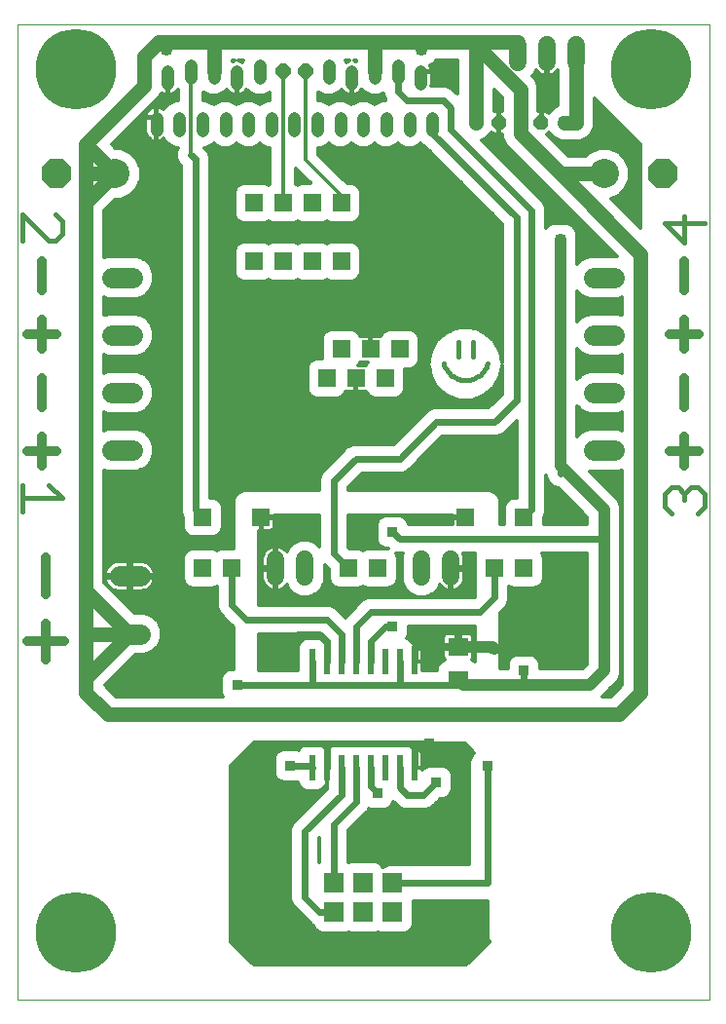
<source format=gtl>
G75*
%MOIN*%
%OFA0B0*%
%FSLAX24Y24*%
%IPPOS*%
%LPD*%
%AMOC8*
5,1,8,0,0,1.08239X$1,22.5*
%
%ADD10C,0.0000*%
%ADD11C,0.0150*%
%ADD12C,0.0433*%
%ADD13OC8,0.0512*%
%ADD14R,0.0591X0.0591*%
%ADD15C,0.1000*%
%ADD16OC8,0.1000*%
%ADD17C,0.0600*%
%ADD18OC8,0.0500*%
%ADD19C,0.0500*%
%ADD20R,0.0710X0.0630*%
%ADD21R,0.0689X0.0689*%
%ADD22C,0.0705*%
%ADD23R,0.0236X0.0866*%
%ADD24C,0.0500*%
%ADD25C,0.0400*%
%ADD26R,0.0356X0.0356*%
%ADD27C,0.0160*%
%ADD28C,0.0240*%
%ADD29C,0.0120*%
%ADD30C,0.2756*%
%ADD31C,0.0320*%
D10*
X007676Y000126D02*
X007676Y033501D01*
X031376Y033501D01*
X031376Y000126D01*
X007676Y000126D01*
D11*
X007851Y016840D02*
X007851Y017741D01*
X007851Y017291D02*
X009202Y017291D01*
X008752Y017741D01*
X008752Y026090D02*
X008977Y026090D01*
X009202Y026316D01*
X009202Y026766D01*
X008977Y026991D01*
X008752Y026090D02*
X007851Y026991D01*
X007851Y026090D01*
X029850Y026686D02*
X030526Y026010D01*
X030526Y026911D01*
X031201Y026686D02*
X029850Y026686D01*
X030075Y017661D02*
X029850Y017436D01*
X029850Y016985D01*
X030075Y016760D01*
X030526Y017210D02*
X030526Y017436D01*
X030751Y017661D01*
X030976Y017661D01*
X031201Y017436D01*
X031201Y016985D01*
X030976Y016760D01*
X030526Y017436D02*
X030300Y017661D01*
X030075Y017661D01*
D12*
X021888Y029868D02*
X021888Y030301D01*
X021101Y030301D02*
X021101Y029868D01*
X020314Y029868D02*
X020314Y030301D01*
X019526Y030301D02*
X019526Y029868D01*
X018739Y029868D02*
X018739Y030301D01*
X017951Y030301D02*
X017951Y029868D01*
X017164Y029868D02*
X017164Y030301D01*
X016377Y030301D02*
X016377Y029868D01*
X015589Y029868D02*
X015589Y030301D01*
X014802Y030301D02*
X014802Y029868D01*
X014014Y029868D02*
X014014Y030301D01*
X013227Y030301D02*
X013227Y029868D01*
X012440Y029868D02*
X012440Y030301D01*
X012833Y031443D02*
X012833Y031876D01*
X013621Y031659D02*
X013621Y032092D01*
X014408Y032092D02*
X014408Y031659D01*
X015195Y031876D02*
X015195Y031443D01*
X015983Y031659D02*
X015983Y032092D01*
X018345Y032092D02*
X018345Y031659D01*
X019132Y031876D02*
X019132Y031443D01*
X019920Y031659D02*
X019920Y032092D01*
X020707Y032092D02*
X020707Y031659D01*
X021495Y031876D02*
X021495Y031443D01*
D13*
X017558Y031876D03*
X016770Y031876D03*
D14*
X016776Y027376D03*
X015776Y027376D03*
X015776Y025376D03*
X016776Y025376D03*
X017776Y025376D03*
X018776Y025376D03*
X018776Y027376D03*
X017776Y027376D03*
X018776Y022376D03*
X018276Y021376D03*
X019276Y021376D03*
X019776Y022376D03*
X020276Y021376D03*
X020776Y022376D03*
X023026Y016626D03*
X024026Y014876D03*
X025026Y014876D03*
X025026Y016626D03*
X020026Y014876D03*
X019026Y014876D03*
X016026Y016626D03*
X015026Y014876D03*
X014026Y014876D03*
X014026Y016626D03*
D15*
X011026Y028376D03*
X027776Y028376D03*
D16*
X029776Y028376D03*
X009026Y028376D03*
D17*
X016526Y015176D02*
X016526Y014576D01*
X017526Y014576D02*
X017526Y015176D01*
X021526Y015176D02*
X021526Y014576D01*
X022526Y014576D02*
X022526Y015176D01*
X024825Y032201D02*
X024825Y032801D01*
X025825Y032801D02*
X025825Y032201D01*
X026825Y032201D02*
X026825Y032801D01*
D18*
X025626Y030126D03*
X024176Y030126D03*
D19*
X023376Y030126D03*
X026426Y030126D03*
D20*
X022776Y012185D03*
X022776Y011066D03*
D21*
X020526Y004126D03*
X020526Y003126D03*
X019526Y003126D03*
X019526Y004126D03*
X018526Y004126D03*
X018526Y003126D03*
D22*
X011879Y012641D02*
X011174Y012641D01*
X011174Y014610D02*
X011879Y014610D01*
X011629Y018923D02*
X010924Y018923D01*
X010924Y020891D02*
X011629Y020891D01*
X011629Y022860D02*
X010924Y022860D01*
X010924Y024828D02*
X011629Y024828D01*
X027424Y024828D02*
X028129Y024828D01*
X028129Y022860D02*
X027424Y022860D01*
X027424Y020891D02*
X028129Y020891D01*
X028129Y018923D02*
X027424Y018923D01*
D23*
X021276Y011687D03*
X020776Y011687D03*
X020276Y011687D03*
X019776Y011687D03*
X019276Y011687D03*
X018776Y011687D03*
X018276Y011687D03*
X017776Y011687D03*
X017776Y008065D03*
X018276Y008065D03*
X018776Y008065D03*
X019276Y008065D03*
X019776Y008065D03*
X020276Y008065D03*
X020776Y008065D03*
X021276Y008065D03*
D24*
X028276Y009876D02*
X010776Y009876D01*
X010026Y010626D01*
X010026Y011126D01*
X011526Y012626D01*
X010026Y014126D01*
X010026Y027376D01*
X011026Y028376D01*
X010026Y029376D01*
X012026Y031376D01*
X012026Y032376D01*
X012526Y032876D01*
X012776Y032876D01*
X014408Y032876D01*
X019920Y032876D01*
X021526Y032876D01*
X023276Y032876D01*
X024901Y031251D01*
X024901Y029751D01*
X026276Y028376D01*
X029026Y025626D01*
X029026Y010626D01*
X028276Y009876D01*
X027776Y028376D02*
X026276Y028376D01*
X026426Y030126D02*
X026825Y030126D01*
X026825Y032501D01*
X024825Y032501D02*
X024825Y032876D01*
X024026Y032876D01*
X023776Y032876D01*
X023276Y032876D01*
X023376Y032876D02*
X023376Y030126D01*
X019920Y031876D02*
X019920Y032876D01*
X014408Y032876D02*
X014408Y031876D01*
X011026Y028376D02*
X010026Y028376D01*
X010026Y029376D01*
X010026Y028376D02*
X010026Y027376D01*
X010026Y014126D02*
X010026Y012626D01*
X011526Y012626D01*
X010026Y012626D02*
X010026Y011126D01*
D25*
X022776Y011066D02*
X022966Y010876D01*
X025026Y010876D01*
X027276Y010876D01*
X027776Y011376D01*
X027776Y015876D01*
X027776Y016876D01*
X026276Y018376D01*
X026276Y026126D01*
X021526Y032626D02*
X021526Y032876D01*
X023376Y032876D02*
X023776Y032876D01*
X024026Y032876D02*
X024126Y032876D01*
X012776Y032876D02*
X012776Y032626D01*
X022776Y012185D02*
X023966Y012185D01*
X024026Y012126D01*
D26*
X024026Y012126D03*
X025026Y011376D03*
X023776Y008126D03*
X022026Y007566D03*
X021776Y008876D03*
X020026Y007185D03*
X017026Y008126D03*
X015216Y010876D03*
X017026Y011626D03*
X020526Y012876D03*
X021901Y011626D03*
X020526Y016126D03*
X026276Y026126D03*
X021526Y032626D03*
X012776Y032626D03*
D27*
X022776Y022626D02*
X022776Y022126D01*
X022276Y021876D02*
X022294Y021823D01*
X022315Y021772D01*
X022341Y021722D01*
X022369Y021675D01*
X022401Y021629D01*
X022436Y021586D01*
X022474Y021546D01*
X022515Y021508D01*
X022559Y021473D01*
X022605Y021442D01*
X022653Y021414D01*
X022702Y021389D01*
X022754Y021368D01*
X022807Y021350D01*
X022860Y021337D01*
X022915Y021327D01*
X022970Y021321D01*
X023026Y021319D01*
X023082Y021321D01*
X023137Y021327D01*
X023192Y021337D01*
X023245Y021350D01*
X023298Y021368D01*
X023350Y021389D01*
X023399Y021414D01*
X023447Y021442D01*
X023493Y021473D01*
X023537Y021508D01*
X023578Y021546D01*
X023616Y021586D01*
X023651Y021629D01*
X023683Y021675D01*
X023711Y021722D01*
X023737Y021772D01*
X023758Y021823D01*
X023776Y021876D01*
X023276Y022126D02*
X023276Y022626D01*
X021276Y011687D02*
X021276Y011566D01*
X021276Y008066D02*
X021276Y008065D01*
D28*
X021276Y008876D01*
X021776Y008876D01*
X021276Y008876D02*
X018276Y008876D01*
X015776Y008876D01*
X015026Y008126D01*
X015026Y002126D01*
X015776Y001376D01*
X023026Y001376D01*
X023776Y002126D01*
X023776Y004126D02*
X020526Y004126D01*
X018526Y004126D02*
X018526Y006126D01*
X019276Y006876D01*
X019276Y008065D01*
X018776Y008065D02*
X018776Y007126D01*
X017526Y005876D01*
X017526Y003626D01*
X018026Y003126D01*
X018526Y003126D01*
X020026Y007185D02*
X019776Y007435D01*
X019776Y008065D01*
X020776Y008065D02*
X020776Y007376D01*
X021026Y007126D01*
X021586Y007126D01*
X022026Y007566D01*
X023776Y008126D02*
X023776Y004126D01*
X022776Y010876D02*
X020776Y010876D01*
X020776Y011687D01*
X021276Y011687D02*
X021276Y012185D01*
X021901Y012185D01*
X021901Y011626D01*
X021901Y012185D02*
X022776Y012185D01*
X022776Y011066D02*
X022776Y010876D01*
X020776Y010876D02*
X017776Y010876D01*
X015216Y010876D01*
X015526Y013126D02*
X015026Y013626D01*
X015026Y014876D01*
X015526Y013126D02*
X018276Y013126D01*
X018776Y012626D01*
X018776Y011687D01*
X018276Y011687D02*
X018276Y012376D01*
X018026Y012626D01*
X017276Y012626D01*
X017026Y012376D01*
X017026Y011626D01*
X017776Y011687D02*
X017776Y010876D01*
X019276Y011687D02*
X019276Y012876D01*
X019776Y013376D01*
X023526Y013376D01*
X024026Y013876D01*
X024026Y014876D01*
X025026Y016626D02*
X025276Y016876D01*
X025276Y027126D01*
X022526Y029876D01*
X022526Y030626D01*
X022276Y030876D01*
X021026Y030876D01*
X020707Y031194D01*
X020707Y031876D01*
X021888Y030301D02*
X021888Y029763D01*
X024776Y026876D01*
X024776Y020626D01*
X024026Y019876D01*
X022026Y019876D01*
X020776Y018626D01*
X019276Y018626D01*
X018526Y017876D01*
X018526Y015376D01*
X019026Y014876D01*
X020526Y016126D02*
X020776Y015876D01*
X027776Y015876D01*
X026276Y018126D02*
X026276Y018376D01*
X025026Y011376D02*
X025026Y010876D01*
X020526Y012876D02*
X020276Y012876D01*
X019776Y012376D01*
X019776Y011687D01*
X018276Y008876D02*
X018276Y008065D01*
X017776Y008065D02*
X017715Y008126D01*
X017026Y008126D01*
X014026Y016626D02*
X013776Y016876D01*
X013776Y028876D01*
X013621Y029031D01*
D29*
X013621Y031876D01*
X013168Y031268D02*
X013181Y031255D01*
X013181Y030897D01*
X013108Y030897D01*
X012889Y030807D01*
X012721Y030639D01*
X012696Y030577D01*
X012680Y030593D01*
X012618Y030634D01*
X012549Y030663D01*
X012477Y030677D01*
X012448Y030677D01*
X012448Y030310D01*
X012431Y030310D01*
X012431Y030677D01*
X012402Y030677D01*
X012330Y030663D01*
X012261Y030634D01*
X012200Y030593D01*
X012147Y030541D01*
X012106Y030479D01*
X012078Y030411D01*
X012063Y030338D01*
X012063Y030310D01*
X012431Y030310D01*
X012431Y030292D01*
X012448Y030292D01*
X012448Y029491D01*
X012477Y029491D01*
X012549Y029506D01*
X012618Y029534D01*
X012680Y029575D01*
X012696Y029591D01*
X012721Y029530D01*
X012889Y029362D01*
X013108Y029271D01*
X013179Y029271D01*
X013121Y029131D01*
X013121Y028932D01*
X013197Y028748D01*
X013276Y028668D01*
X013276Y016776D01*
X013351Y016596D01*
X013351Y016255D01*
X013409Y016115D01*
X013516Y016008D01*
X013655Y015950D01*
X014397Y015950D01*
X014537Y016008D01*
X014644Y016115D01*
X014701Y016255D01*
X014701Y016996D01*
X014644Y017136D01*
X014537Y017243D01*
X014397Y017301D01*
X014276Y017301D01*
X014276Y028975D01*
X014200Y029159D01*
X014088Y029271D01*
X014133Y029271D01*
X014352Y029362D01*
X014408Y029418D01*
X014464Y029362D01*
X014683Y029271D01*
X014920Y029271D01*
X015140Y029362D01*
X015195Y029418D01*
X015251Y029362D01*
X015471Y029271D01*
X015708Y029271D01*
X015927Y029362D01*
X015983Y029418D01*
X016039Y029362D01*
X016258Y029271D01*
X016330Y029271D01*
X016330Y028020D01*
X016276Y027997D01*
X016147Y028051D01*
X015405Y028051D01*
X015266Y027993D01*
X015159Y027886D01*
X015101Y027746D01*
X015101Y027005D01*
X015159Y026865D01*
X015266Y026758D01*
X015405Y026700D01*
X016147Y026700D01*
X016276Y026754D01*
X016405Y026700D01*
X017147Y026700D01*
X017276Y026754D01*
X017405Y026700D01*
X018147Y026700D01*
X018276Y026754D01*
X018405Y026700D01*
X019147Y026700D01*
X019287Y026758D01*
X019394Y026865D01*
X019451Y027005D01*
X019451Y027746D01*
X019394Y027886D01*
X019287Y027993D01*
X019147Y028051D01*
X018973Y028051D01*
X017998Y029026D01*
X017998Y029271D01*
X018070Y029271D01*
X018289Y029362D01*
X018345Y029418D01*
X018401Y029362D01*
X018620Y029271D01*
X018857Y029271D01*
X019077Y029362D01*
X019132Y029418D01*
X019188Y029362D01*
X019408Y029271D01*
X019645Y029271D01*
X019864Y029362D01*
X019920Y029418D01*
X019976Y029362D01*
X020195Y029271D01*
X020432Y029271D01*
X020651Y029362D01*
X020707Y029418D01*
X020763Y029362D01*
X020982Y029271D01*
X021220Y029271D01*
X021439Y029362D01*
X021495Y029418D01*
X021550Y029362D01*
X021605Y029339D01*
X024276Y026668D01*
X024276Y021932D01*
X024210Y022307D01*
X023991Y022686D01*
X023656Y022967D01*
X023545Y023007D01*
X023537Y023016D01*
X023368Y023086D01*
X023330Y023086D01*
X023245Y023116D01*
X022807Y023116D01*
X022723Y023086D01*
X022685Y023086D01*
X022516Y023016D01*
X022507Y023007D01*
X022396Y022967D01*
X022061Y022686D01*
X022061Y022686D01*
X021842Y022307D01*
X021842Y022307D01*
X021766Y021876D01*
X021842Y021445D01*
X021842Y021445D01*
X022061Y021066D01*
X022061Y021066D01*
X022396Y020784D01*
X022807Y020635D01*
X023245Y020635D01*
X023656Y020784D01*
X023656Y020784D01*
X023991Y021066D01*
X024210Y021445D01*
X024276Y021819D01*
X024276Y020833D01*
X023819Y020376D01*
X021927Y020376D01*
X021743Y020299D01*
X020569Y019126D01*
X019177Y019126D01*
X018993Y019049D01*
X018243Y018299D01*
X018102Y018159D01*
X018026Y017975D01*
X018026Y017566D01*
X015439Y017566D01*
X015277Y017499D01*
X015153Y017375D01*
X015086Y017213D01*
X015086Y015551D01*
X014655Y015551D01*
X014526Y015497D01*
X014397Y015551D01*
X013655Y015551D01*
X013516Y015493D01*
X013409Y015386D01*
X013351Y015246D01*
X013351Y014505D01*
X013409Y014365D01*
X013516Y014258D01*
X013655Y014200D01*
X014397Y014200D01*
X014526Y014254D01*
X014526Y014254D01*
X014526Y013526D01*
X014602Y013342D01*
X014743Y013202D01*
X015086Y012858D01*
X015086Y011434D01*
X014963Y011434D01*
X014823Y011376D01*
X014716Y011269D01*
X014658Y011129D01*
X014658Y010622D01*
X014706Y010506D01*
X011037Y010506D01*
X010667Y010876D01*
X011700Y011909D01*
X012024Y011909D01*
X012294Y012020D01*
X012500Y012226D01*
X012611Y012496D01*
X012611Y012787D01*
X012500Y013056D01*
X012294Y013262D01*
X012024Y013374D01*
X011669Y013374D01*
X010656Y014387D01*
X010656Y018241D01*
X010778Y018190D01*
X011774Y018190D01*
X012044Y018302D01*
X012250Y018508D01*
X012361Y018777D01*
X012361Y019069D01*
X012250Y019338D01*
X012044Y019544D01*
X011774Y019655D01*
X010778Y019655D01*
X010656Y019605D01*
X010656Y020209D01*
X010778Y020159D01*
X011774Y020159D01*
X012044Y020270D01*
X012250Y020476D01*
X012361Y020746D01*
X012361Y021037D01*
X012250Y021306D01*
X012044Y021512D01*
X011774Y021624D01*
X010778Y021624D01*
X010656Y021573D01*
X010656Y022178D01*
X010778Y022127D01*
X011774Y022127D01*
X012044Y022239D01*
X012250Y022445D01*
X012361Y022714D01*
X012361Y023006D01*
X012250Y023275D01*
X012044Y023481D01*
X011774Y023592D01*
X010778Y023592D01*
X010656Y023542D01*
X010656Y024146D01*
X010778Y024096D01*
X011774Y024096D01*
X012044Y024207D01*
X012250Y024413D01*
X012361Y024683D01*
X012361Y024974D01*
X012250Y025243D01*
X012044Y025449D01*
X011774Y025561D01*
X010778Y025561D01*
X010656Y025510D01*
X010656Y027115D01*
X011037Y027496D01*
X011201Y027496D01*
X011525Y027630D01*
X011772Y027877D01*
X011906Y028201D01*
X011906Y028551D01*
X013276Y028551D01*
X013276Y028433D02*
X011906Y028433D01*
X011906Y028551D02*
X011772Y028874D01*
X011525Y029122D01*
X011201Y029256D01*
X011037Y029256D01*
X010917Y029376D01*
X012383Y030842D01*
X012560Y031019D01*
X012610Y031139D01*
X012655Y031109D01*
X012723Y031080D01*
X012796Y031066D01*
X012824Y031066D01*
X012824Y031867D01*
X012842Y031867D01*
X012842Y031066D01*
X012870Y031066D01*
X012943Y031080D01*
X013012Y031109D01*
X013073Y031150D01*
X013126Y031202D01*
X013167Y031264D01*
X013168Y031268D01*
X013181Y031158D02*
X013081Y031158D01*
X013181Y031040D02*
X012569Y031040D01*
X012463Y030921D02*
X013181Y030921D01*
X012885Y030803D02*
X012344Y030803D01*
X012226Y030684D02*
X012767Y030684D01*
X012448Y030566D02*
X012431Y030566D01*
X012431Y030447D02*
X012448Y030447D01*
X012448Y030329D02*
X012431Y030329D01*
X012431Y030292D02*
X012063Y030292D01*
X012063Y029831D01*
X012078Y029758D01*
X012106Y029689D01*
X012147Y029628D01*
X012200Y029575D01*
X012261Y029534D01*
X012330Y029506D01*
X012402Y029491D01*
X012431Y029491D01*
X012431Y030292D01*
X012431Y030210D02*
X012448Y030210D01*
X012448Y030092D02*
X012431Y030092D01*
X012431Y029973D02*
X012448Y029973D01*
X012448Y029855D02*
X012431Y029855D01*
X012431Y029736D02*
X012448Y029736D01*
X012448Y029618D02*
X012431Y029618D01*
X012431Y029499D02*
X012448Y029499D01*
X012517Y029499D02*
X012752Y029499D01*
X012870Y029381D02*
X010922Y029381D01*
X011031Y029262D02*
X013175Y029262D01*
X013126Y029144D02*
X011471Y029144D01*
X011621Y029025D02*
X013121Y029025D01*
X013131Y028907D02*
X011740Y028907D01*
X011808Y028788D02*
X013180Y028788D01*
X013275Y028670D02*
X011857Y028670D01*
X011906Y028314D02*
X013276Y028314D01*
X013276Y028196D02*
X011904Y028196D01*
X011855Y028077D02*
X013276Y028077D01*
X013276Y027959D02*
X011806Y027959D01*
X011735Y027840D02*
X013276Y027840D01*
X013276Y027722D02*
X011617Y027722D01*
X011461Y027603D02*
X013276Y027603D01*
X013276Y027485D02*
X011026Y027485D01*
X010908Y027366D02*
X013276Y027366D01*
X013276Y027248D02*
X010789Y027248D01*
X010671Y027129D02*
X013276Y027129D01*
X013276Y027011D02*
X010656Y027011D01*
X010656Y026892D02*
X013276Y026892D01*
X013276Y026774D02*
X010656Y026774D01*
X010656Y026655D02*
X013276Y026655D01*
X013276Y026537D02*
X010656Y026537D01*
X010656Y026418D02*
X013276Y026418D01*
X013276Y026300D02*
X010656Y026300D01*
X010656Y026181D02*
X013276Y026181D01*
X013276Y026063D02*
X010656Y026063D01*
X010656Y025944D02*
X013276Y025944D01*
X013276Y025826D02*
X010656Y025826D01*
X010656Y025707D02*
X013276Y025707D01*
X013276Y025589D02*
X010656Y025589D01*
X010656Y024048D02*
X013276Y024048D01*
X013276Y023930D02*
X010656Y023930D01*
X010656Y023811D02*
X013276Y023811D01*
X013276Y023693D02*
X010656Y023693D01*
X010656Y023574D02*
X010734Y023574D01*
X011818Y023574D02*
X013276Y023574D01*
X013276Y023456D02*
X012069Y023456D01*
X012187Y023337D02*
X013276Y023337D01*
X013276Y023219D02*
X012273Y023219D01*
X012322Y023100D02*
X013276Y023100D01*
X013276Y022982D02*
X012361Y022982D01*
X012361Y022863D02*
X013276Y022863D01*
X013276Y022745D02*
X012361Y022745D01*
X012325Y022626D02*
X013276Y022626D01*
X013276Y022508D02*
X012276Y022508D01*
X012194Y022389D02*
X013276Y022389D01*
X013276Y022271D02*
X012075Y022271D01*
X011834Y022152D02*
X013276Y022152D01*
X013276Y022034D02*
X010656Y022034D01*
X010656Y022152D02*
X010718Y022152D01*
X010656Y021915D02*
X013276Y021915D01*
X013276Y021797D02*
X010656Y021797D01*
X010656Y021678D02*
X013276Y021678D01*
X013276Y021560D02*
X011929Y021560D01*
X012115Y021441D02*
X013276Y021441D01*
X013276Y021323D02*
X012233Y021323D01*
X012292Y021204D02*
X013276Y021204D01*
X013276Y021086D02*
X012341Y021086D01*
X012361Y020967D02*
X013276Y020967D01*
X013276Y020849D02*
X012361Y020849D01*
X012355Y020730D02*
X013276Y020730D01*
X013276Y020612D02*
X012306Y020612D01*
X012257Y020493D02*
X013276Y020493D01*
X013276Y020375D02*
X012148Y020375D01*
X012009Y020256D02*
X013276Y020256D01*
X013276Y020138D02*
X010656Y020138D01*
X010656Y020019D02*
X013276Y020019D01*
X013276Y019901D02*
X010656Y019901D01*
X010656Y019782D02*
X013276Y019782D01*
X013276Y019664D02*
X010656Y019664D01*
X012040Y019545D02*
X013276Y019545D01*
X013276Y019427D02*
X012161Y019427D01*
X012262Y019308D02*
X013276Y019308D01*
X013276Y019190D02*
X012311Y019190D01*
X012360Y019071D02*
X013276Y019071D01*
X013276Y018953D02*
X012361Y018953D01*
X012361Y018834D02*
X013276Y018834D01*
X013276Y018716D02*
X012336Y018716D01*
X012287Y018597D02*
X013276Y018597D01*
X013276Y018479D02*
X012220Y018479D01*
X012102Y018360D02*
X013276Y018360D01*
X013276Y018242D02*
X011898Y018242D01*
X010656Y018123D02*
X013276Y018123D01*
X013276Y018005D02*
X010656Y018005D01*
X010656Y017886D02*
X013276Y017886D01*
X013276Y017768D02*
X010656Y017768D01*
X010656Y017649D02*
X013276Y017649D01*
X013276Y017531D02*
X010656Y017531D01*
X010656Y017412D02*
X013276Y017412D01*
X013276Y017294D02*
X010656Y017294D01*
X010656Y017175D02*
X013276Y017175D01*
X013276Y017057D02*
X010656Y017057D01*
X010656Y016938D02*
X013276Y016938D01*
X013276Y016820D02*
X010656Y016820D01*
X010656Y016701D02*
X013307Y016701D01*
X013351Y016583D02*
X010656Y016583D01*
X010656Y016464D02*
X013351Y016464D01*
X013351Y016346D02*
X010656Y016346D01*
X010656Y016227D02*
X013362Y016227D01*
X013415Y016109D02*
X010656Y016109D01*
X010656Y015990D02*
X013559Y015990D01*
X013571Y015516D02*
X010656Y015516D01*
X010656Y015398D02*
X013420Y015398D01*
X013364Y015279D02*
X010656Y015279D01*
X010656Y015161D02*
X013351Y015161D01*
X013351Y015042D02*
X012156Y015042D01*
X012147Y015048D02*
X012075Y015085D01*
X011999Y015110D01*
X011919Y015122D01*
X011584Y015122D01*
X011584Y014667D01*
X012388Y014667D01*
X012379Y014730D01*
X012354Y014807D01*
X012317Y014878D01*
X012270Y014944D01*
X012213Y015001D01*
X012147Y015048D01*
X012284Y014924D02*
X013351Y014924D01*
X013351Y014805D02*
X012354Y014805D01*
X012385Y014687D02*
X013351Y014687D01*
X013351Y014568D02*
X011584Y014568D01*
X011584Y014552D02*
X011584Y014667D01*
X011469Y014667D01*
X011469Y014552D01*
X011584Y014552D01*
X011584Y014097D01*
X011919Y014097D01*
X011999Y014110D01*
X012075Y014135D01*
X012147Y014172D01*
X012213Y014219D01*
X012270Y014276D01*
X012317Y014341D01*
X012354Y014413D01*
X012379Y014490D01*
X012388Y014552D01*
X011584Y014552D01*
X011584Y014450D02*
X011469Y014450D01*
X011469Y014552D02*
X011469Y014097D01*
X011133Y014097D01*
X011054Y014110D01*
X010977Y014135D01*
X010905Y014172D01*
X010840Y014219D01*
X010783Y014276D01*
X010735Y014341D01*
X010699Y014413D01*
X010674Y014490D01*
X010664Y014552D01*
X011469Y014552D01*
X011469Y014568D02*
X010656Y014568D01*
X010664Y014667D02*
X011469Y014667D01*
X011469Y015122D01*
X011133Y015122D01*
X011054Y015110D01*
X010977Y015085D01*
X010905Y015048D01*
X010840Y015001D01*
X010783Y014944D01*
X010735Y014878D01*
X010699Y014807D01*
X010674Y014730D01*
X010664Y014667D01*
X010667Y014687D02*
X010656Y014687D01*
X010656Y014805D02*
X010698Y014805D01*
X010656Y014924D02*
X010768Y014924D01*
X010656Y015042D02*
X010897Y015042D01*
X011469Y015042D02*
X011584Y015042D01*
X011584Y014924D02*
X011469Y014924D01*
X011469Y014805D02*
X011584Y014805D01*
X011584Y014687D02*
X011469Y014687D01*
X011469Y014331D02*
X011584Y014331D01*
X011584Y014213D02*
X011469Y014213D01*
X011186Y013857D02*
X014526Y013857D01*
X014526Y013739D02*
X011304Y013739D01*
X011423Y013620D02*
X014526Y013620D01*
X014536Y013502D02*
X011541Y013502D01*
X011660Y013383D02*
X014585Y013383D01*
X014680Y013265D02*
X012288Y013265D01*
X012410Y013146D02*
X014799Y013146D01*
X014917Y013028D02*
X012512Y013028D01*
X012561Y012909D02*
X015036Y012909D01*
X015086Y012791D02*
X012610Y012791D01*
X012611Y012672D02*
X015086Y012672D01*
X015086Y012554D02*
X012611Y012554D01*
X012586Y012435D02*
X015086Y012435D01*
X015086Y012317D02*
X012537Y012317D01*
X012471Y012198D02*
X015086Y012198D01*
X015086Y012080D02*
X012353Y012080D01*
X012151Y011961D02*
X015086Y011961D01*
X015086Y011843D02*
X011634Y011843D01*
X011516Y011724D02*
X015086Y011724D01*
X015086Y011606D02*
X011397Y011606D01*
X011279Y011487D02*
X015086Y011487D01*
X014816Y011369D02*
X011160Y011369D01*
X011042Y011250D02*
X014708Y011250D01*
X014659Y011132D02*
X010923Y011132D01*
X010805Y011013D02*
X014658Y011013D01*
X014658Y010895D02*
X010686Y010895D01*
X010767Y010776D02*
X014658Y010776D01*
X014658Y010658D02*
X010885Y010658D01*
X011004Y010539D02*
X014693Y010539D01*
X015966Y011376D02*
X015966Y012626D01*
X018069Y012626D01*
X018276Y012418D01*
X018276Y011687D01*
X018276Y011786D01*
X018276Y012280D01*
X018239Y012280D01*
X018216Y012335D01*
X018110Y012442D01*
X017970Y012500D01*
X017582Y012500D01*
X017443Y012442D01*
X017336Y012335D01*
X017278Y012195D01*
X017278Y011791D01*
X017276Y011786D01*
X017276Y011376D01*
X015966Y011376D01*
X015966Y011487D02*
X017276Y011487D01*
X017276Y011606D02*
X015966Y011606D01*
X015966Y011724D02*
X017276Y011724D01*
X017278Y011843D02*
X015966Y011843D01*
X015966Y011961D02*
X017278Y011961D01*
X017278Y012080D02*
X015966Y012080D01*
X015966Y012198D02*
X017279Y012198D01*
X017328Y012317D02*
X015966Y012317D01*
X015966Y012435D02*
X017436Y012435D01*
X018116Y012435D02*
X018260Y012435D01*
X018276Y012317D02*
X018224Y012317D01*
X018276Y012198D02*
X018276Y012198D01*
X018276Y012080D02*
X018276Y012080D01*
X018276Y011961D02*
X018276Y011961D01*
X018276Y011843D02*
X018276Y011843D01*
X018276Y011786D02*
X018276Y011786D01*
X018276Y011724D02*
X018276Y011724D01*
X018276Y011687D02*
X018276Y011687D01*
X018141Y012554D02*
X015966Y012554D01*
X015966Y013626D02*
X015966Y016170D01*
X016007Y016170D01*
X016007Y016607D01*
X016045Y016607D01*
X016045Y016644D01*
X016481Y016644D01*
X016481Y016686D01*
X018026Y016686D01*
X018026Y015637D01*
X017911Y015752D01*
X017661Y015856D01*
X017391Y015856D01*
X017141Y015752D01*
X016950Y015561D01*
X016901Y015443D01*
X016877Y015475D01*
X016826Y015526D01*
X016767Y015569D01*
X016703Y015602D01*
X016634Y015624D01*
X016566Y015635D01*
X016566Y014916D01*
X016486Y014916D01*
X016486Y015635D01*
X016418Y015624D01*
X016350Y015602D01*
X016285Y015569D01*
X016227Y015526D01*
X016175Y015475D01*
X016133Y015417D01*
X016100Y015352D01*
X016078Y015283D01*
X016066Y015212D01*
X016066Y014916D01*
X016486Y014916D01*
X016486Y014836D01*
X016066Y014836D01*
X016066Y014539D01*
X016078Y014468D01*
X016100Y014399D01*
X016133Y014334D01*
X016175Y014276D01*
X016227Y014225D01*
X016285Y014182D01*
X016350Y014149D01*
X016418Y014127D01*
X016486Y014116D01*
X016486Y014836D01*
X016566Y014836D01*
X016566Y014116D01*
X016634Y014127D01*
X016703Y014149D01*
X016767Y014182D01*
X016826Y014225D01*
X016877Y014276D01*
X016901Y014309D01*
X016950Y014190D01*
X017141Y013999D01*
X017391Y013896D01*
X017661Y013896D01*
X017911Y013999D01*
X018103Y014190D01*
X018206Y014440D01*
X018206Y014988D01*
X018351Y014844D01*
X018351Y014505D01*
X018409Y014365D01*
X018516Y014258D01*
X018655Y014200D01*
X019397Y014200D01*
X019526Y014254D01*
X019655Y014200D01*
X020397Y014200D01*
X020537Y014258D01*
X020644Y014365D01*
X020701Y014505D01*
X020701Y015246D01*
X020644Y015386D01*
X020638Y015392D01*
X020677Y015376D01*
X020873Y015376D01*
X020846Y015311D01*
X020846Y014440D01*
X020950Y014190D01*
X021141Y013999D01*
X021391Y013896D01*
X021661Y013896D01*
X021911Y013999D01*
X022103Y014190D01*
X022152Y014309D01*
X022175Y014276D01*
X022227Y014225D01*
X022285Y014182D01*
X022350Y014149D01*
X022418Y014127D01*
X022486Y014116D01*
X022486Y014836D01*
X022566Y014836D01*
X022566Y014916D01*
X022986Y014916D01*
X022986Y015212D01*
X022975Y015283D01*
X022952Y015352D01*
X022941Y015376D01*
X023336Y015376D01*
X023336Y013893D01*
X023319Y013876D01*
X019677Y013876D01*
X019493Y013799D01*
X019352Y013659D01*
X018901Y013208D01*
X018700Y013409D01*
X018559Y013549D01*
X018376Y013626D01*
X015966Y013626D01*
X015966Y013739D02*
X019432Y013739D01*
X019314Y013620D02*
X018389Y013620D01*
X018607Y013502D02*
X019195Y013502D01*
X019077Y013383D02*
X018726Y013383D01*
X018844Y013265D02*
X018958Y013265D01*
X019632Y013857D02*
X015966Y013857D01*
X015966Y013976D02*
X017198Y013976D01*
X017046Y014094D02*
X015966Y014094D01*
X015966Y014213D02*
X016243Y014213D01*
X016135Y014331D02*
X015966Y014331D01*
X015966Y014450D02*
X016083Y014450D01*
X016066Y014568D02*
X015966Y014568D01*
X015966Y014687D02*
X016066Y014687D01*
X016066Y014805D02*
X015966Y014805D01*
X015966Y014924D02*
X016066Y014924D01*
X016066Y015042D02*
X015966Y015042D01*
X015966Y015161D02*
X016066Y015161D01*
X016077Y015279D02*
X015966Y015279D01*
X015966Y015398D02*
X016123Y015398D01*
X016216Y015516D02*
X015966Y015516D01*
X015966Y015635D02*
X016484Y015635D01*
X016486Y015635D02*
X016566Y015635D01*
X016569Y015635D02*
X017024Y015635D01*
X016931Y015516D02*
X016836Y015516D01*
X016566Y015516D02*
X016486Y015516D01*
X016486Y015398D02*
X016566Y015398D01*
X016566Y015279D02*
X016486Y015279D01*
X016486Y015161D02*
X016566Y015161D01*
X016566Y015042D02*
X016486Y015042D01*
X016486Y014924D02*
X016566Y014924D01*
X016566Y014805D02*
X016486Y014805D01*
X016486Y014687D02*
X016566Y014687D01*
X016566Y014568D02*
X016486Y014568D01*
X016486Y014450D02*
X016566Y014450D01*
X016566Y014331D02*
X016486Y014331D01*
X016486Y014213D02*
X016566Y014213D01*
X016809Y014213D02*
X016941Y014213D01*
X017855Y013976D02*
X021198Y013976D01*
X021046Y014094D02*
X018006Y014094D01*
X018112Y014213D02*
X018626Y014213D01*
X018443Y014331D02*
X018161Y014331D01*
X018206Y014450D02*
X018374Y014450D01*
X018351Y014568D02*
X018206Y014568D01*
X018206Y014687D02*
X018351Y014687D01*
X018351Y014805D02*
X018206Y014805D01*
X018206Y014924D02*
X018271Y014924D01*
X018026Y015753D02*
X017909Y015753D01*
X018026Y015872D02*
X015966Y015872D01*
X015966Y015990D02*
X018026Y015990D01*
X018026Y016109D02*
X015966Y016109D01*
X016045Y016170D02*
X016343Y016170D01*
X016383Y016181D01*
X016420Y016202D01*
X016449Y016232D01*
X016471Y016269D01*
X016481Y016309D01*
X016481Y016607D01*
X016045Y016607D01*
X016045Y016170D01*
X016045Y016227D02*
X016007Y016227D01*
X016007Y016346D02*
X016045Y016346D01*
X016045Y016464D02*
X016007Y016464D01*
X016007Y016583D02*
X016045Y016583D01*
X016481Y016583D02*
X018026Y016583D01*
X018026Y016464D02*
X016481Y016464D01*
X016481Y016346D02*
X018026Y016346D01*
X018026Y016227D02*
X016445Y016227D01*
X015966Y015753D02*
X017144Y015753D01*
X018026Y017649D02*
X014276Y017649D01*
X014276Y017531D02*
X015354Y017531D01*
X015190Y017412D02*
X014276Y017412D01*
X014415Y017294D02*
X015120Y017294D01*
X015086Y017175D02*
X014605Y017175D01*
X014677Y017057D02*
X015086Y017057D01*
X015086Y016938D02*
X014701Y016938D01*
X014701Y016820D02*
X015086Y016820D01*
X015086Y016701D02*
X014701Y016701D01*
X014701Y016583D02*
X015086Y016583D01*
X015086Y016464D02*
X014701Y016464D01*
X014701Y016346D02*
X015086Y016346D01*
X015086Y016227D02*
X014690Y016227D01*
X014637Y016109D02*
X015086Y016109D01*
X015086Y015990D02*
X014493Y015990D01*
X014481Y015516D02*
X014571Y015516D01*
X015086Y015635D02*
X010656Y015635D01*
X010656Y015753D02*
X015086Y015753D01*
X015086Y015872D02*
X010656Y015872D01*
X010656Y014450D02*
X010687Y014450D01*
X010712Y014331D02*
X010743Y014331D01*
X010830Y014213D02*
X010848Y014213D01*
X010949Y014094D02*
X014526Y014094D01*
X014526Y013976D02*
X011067Y013976D01*
X012204Y014213D02*
X013626Y014213D01*
X013443Y014331D02*
X012310Y014331D01*
X012365Y014450D02*
X013374Y014450D01*
X014427Y014213D02*
X014526Y014213D01*
X014276Y017768D02*
X018026Y017768D01*
X018026Y017886D02*
X014276Y017886D01*
X014276Y018005D02*
X018038Y018005D01*
X018088Y018123D02*
X014276Y018123D01*
X014276Y018242D02*
X018185Y018242D01*
X018304Y018360D02*
X014276Y018360D01*
X014276Y018479D02*
X018422Y018479D01*
X018541Y018597D02*
X014276Y018597D01*
X014276Y018716D02*
X018659Y018716D01*
X018778Y018834D02*
X014276Y018834D01*
X014276Y018953D02*
X018896Y018953D01*
X019045Y019071D02*
X014276Y019071D01*
X014276Y019190D02*
X020633Y019190D01*
X020752Y019308D02*
X014276Y019308D01*
X014276Y019427D02*
X020870Y019427D01*
X020989Y019545D02*
X014276Y019545D01*
X014276Y019664D02*
X021107Y019664D01*
X021226Y019782D02*
X014276Y019782D01*
X014276Y019901D02*
X021344Y019901D01*
X021463Y020019D02*
X014276Y020019D01*
X014276Y020138D02*
X021581Y020138D01*
X021700Y020256D02*
X014276Y020256D01*
X014276Y020375D02*
X021924Y020375D01*
X022320Y020849D02*
X020877Y020849D01*
X020894Y020865D02*
X020951Y021005D01*
X020951Y021700D01*
X021147Y021700D01*
X021287Y021758D01*
X021394Y021865D01*
X021451Y022005D01*
X021451Y022746D01*
X021394Y022886D01*
X021287Y022993D01*
X021147Y023051D01*
X020405Y023051D01*
X020266Y022993D01*
X020159Y022886D01*
X020132Y022820D01*
X020093Y022831D01*
X019796Y022831D01*
X019796Y022396D01*
X019756Y022396D01*
X019756Y022831D01*
X019460Y022831D01*
X019421Y022820D01*
X019394Y022886D01*
X019287Y022993D01*
X019147Y023051D01*
X018405Y023051D01*
X018266Y022993D01*
X018159Y022886D01*
X018101Y022746D01*
X018101Y022051D01*
X017905Y022051D01*
X017766Y021993D01*
X017659Y021886D01*
X017601Y021746D01*
X017601Y021005D01*
X017659Y020865D01*
X017766Y020758D01*
X017905Y020700D01*
X018647Y020700D01*
X018787Y020758D01*
X018894Y020865D01*
X018921Y020931D01*
X018960Y020920D01*
X019256Y020920D01*
X019256Y021356D01*
X019296Y021356D01*
X019296Y020920D01*
X019593Y020920D01*
X019632Y020931D01*
X019659Y020865D01*
X019766Y020758D01*
X019905Y020700D01*
X020647Y020700D01*
X020787Y020758D01*
X020894Y020865D01*
X020936Y020967D02*
X022178Y020967D01*
X022061Y021066D02*
X022061Y021066D01*
X022049Y021086D02*
X020951Y021086D01*
X020951Y021204D02*
X021981Y021204D01*
X021913Y021323D02*
X020951Y021323D01*
X020951Y021441D02*
X021844Y021441D01*
X021822Y021560D02*
X020951Y021560D01*
X020951Y021678D02*
X021801Y021678D01*
X021780Y021797D02*
X021325Y021797D01*
X021414Y021915D02*
X021773Y021915D01*
X021766Y021876D02*
X021766Y021876D01*
X021794Y022034D02*
X021451Y022034D01*
X021451Y022152D02*
X021815Y022152D01*
X021836Y022271D02*
X021451Y022271D01*
X021451Y022389D02*
X021890Y022389D01*
X021958Y022508D02*
X021451Y022508D01*
X021451Y022626D02*
X022027Y022626D01*
X022131Y022745D02*
X021451Y022745D01*
X021403Y022863D02*
X022273Y022863D01*
X022396Y022967D02*
X022396Y022967D01*
X022437Y022982D02*
X021298Y022982D01*
X020254Y022982D02*
X019298Y022982D01*
X019403Y022863D02*
X020149Y022863D01*
X019796Y022745D02*
X019756Y022745D01*
X019756Y022626D02*
X019796Y022626D01*
X019796Y022508D02*
X019756Y022508D01*
X019693Y021920D02*
X019659Y021886D01*
X019632Y021820D01*
X019593Y021831D01*
X019359Y021831D01*
X019394Y021865D01*
X019421Y021931D01*
X019460Y021920D01*
X019693Y021920D01*
X019688Y021915D02*
X019414Y021915D01*
X019296Y021323D02*
X019256Y021323D01*
X019256Y021204D02*
X019296Y021204D01*
X019296Y021086D02*
X019256Y021086D01*
X019256Y020967D02*
X019296Y020967D01*
X019675Y020849D02*
X018877Y020849D01*
X018719Y020730D02*
X019833Y020730D01*
X020719Y020730D02*
X022545Y020730D01*
X023507Y020730D02*
X024174Y020730D01*
X024276Y020849D02*
X023733Y020849D01*
X023874Y020967D02*
X024276Y020967D01*
X024276Y021086D02*
X024003Y021086D01*
X023991Y021066D02*
X023991Y021066D01*
X024071Y021204D02*
X024276Y021204D01*
X024276Y021323D02*
X024140Y021323D01*
X024208Y021441D02*
X024276Y021441D01*
X024210Y021445D02*
X024210Y021445D01*
X024230Y021560D02*
X024276Y021560D01*
X024276Y021678D02*
X024251Y021678D01*
X024272Y021797D02*
X024276Y021797D01*
X024258Y022034D02*
X024276Y022034D01*
X024276Y022152D02*
X024237Y022152D01*
X024217Y022271D02*
X024276Y022271D01*
X024210Y022307D02*
X024210Y022307D01*
X024163Y022389D02*
X024276Y022389D01*
X024276Y022508D02*
X024094Y022508D01*
X024026Y022626D02*
X024276Y022626D01*
X024276Y022745D02*
X023921Y022745D01*
X023991Y022686D02*
X023991Y022686D01*
X023991Y022686D01*
X023780Y022863D02*
X024276Y022863D01*
X024276Y022982D02*
X023615Y022982D01*
X023656Y022967D02*
X023656Y022967D01*
X023290Y023100D02*
X024276Y023100D01*
X024276Y023219D02*
X014276Y023219D01*
X014276Y023337D02*
X024276Y023337D01*
X024276Y023456D02*
X014276Y023456D01*
X014276Y023574D02*
X024276Y023574D01*
X024276Y023693D02*
X014276Y023693D01*
X014276Y023811D02*
X024276Y023811D01*
X024276Y023930D02*
X014276Y023930D01*
X014276Y024048D02*
X024276Y024048D01*
X024276Y024167D02*
X014276Y024167D01*
X014276Y024285D02*
X024276Y024285D01*
X024276Y024404D02*
X014276Y024404D01*
X014276Y024522D02*
X024276Y024522D01*
X024276Y024641D02*
X014276Y024641D01*
X014276Y024759D02*
X015265Y024759D01*
X015266Y024758D02*
X015405Y024700D01*
X016147Y024700D01*
X016276Y024754D01*
X016405Y024700D01*
X017147Y024700D01*
X017276Y024754D01*
X017405Y024700D01*
X018147Y024700D01*
X018276Y024754D01*
X018405Y024700D01*
X019147Y024700D01*
X019287Y024758D01*
X019394Y024865D01*
X019451Y025005D01*
X019451Y025746D01*
X019394Y025886D01*
X019287Y025993D01*
X019147Y026051D01*
X018405Y026051D01*
X018276Y025997D01*
X018147Y026051D01*
X017405Y026051D01*
X017276Y025997D01*
X017147Y026051D01*
X016405Y026051D01*
X016276Y025997D01*
X016147Y026051D01*
X015405Y026051D01*
X015266Y025993D01*
X015159Y025886D01*
X015101Y025746D01*
X015101Y025005D01*
X015159Y024865D01*
X015266Y024758D01*
X015154Y024878D02*
X014276Y024878D01*
X014276Y024996D02*
X015104Y024996D01*
X015101Y025115D02*
X014276Y025115D01*
X014276Y025233D02*
X015101Y025233D01*
X015101Y025352D02*
X014276Y025352D01*
X014276Y025470D02*
X015101Y025470D01*
X015101Y025589D02*
X014276Y025589D01*
X014276Y025707D02*
X015101Y025707D01*
X015134Y025826D02*
X014276Y025826D01*
X014276Y025944D02*
X015217Y025944D01*
X015250Y026774D02*
X014276Y026774D01*
X014276Y026892D02*
X015148Y026892D01*
X015101Y027011D02*
X014276Y027011D01*
X014276Y027129D02*
X015101Y027129D01*
X015101Y027248D02*
X014276Y027248D01*
X014276Y027366D02*
X015101Y027366D01*
X015101Y027485D02*
X014276Y027485D01*
X014276Y027603D02*
X015101Y027603D01*
X015101Y027722D02*
X014276Y027722D01*
X014276Y027840D02*
X015140Y027840D01*
X015231Y027959D02*
X014276Y027959D01*
X014276Y028077D02*
X016330Y028077D01*
X016330Y028196D02*
X014276Y028196D01*
X014276Y028314D02*
X016330Y028314D01*
X016330Y028433D02*
X014276Y028433D01*
X014276Y028551D02*
X016330Y028551D01*
X016330Y028670D02*
X014276Y028670D01*
X014276Y028788D02*
X016330Y028788D01*
X016330Y028907D02*
X014276Y028907D01*
X014255Y029025D02*
X016330Y029025D01*
X016330Y029144D02*
X014206Y029144D01*
X014097Y029262D02*
X016330Y029262D01*
X016020Y029381D02*
X015946Y029381D01*
X015233Y029381D02*
X015158Y029381D01*
X014445Y029381D02*
X014371Y029381D01*
X014408Y030751D02*
X014352Y030807D01*
X014133Y030897D01*
X014061Y030897D01*
X014061Y031163D01*
X014070Y031153D01*
X014289Y031063D01*
X014527Y031063D01*
X014746Y031153D01*
X014860Y031268D01*
X014862Y031264D01*
X014903Y031202D01*
X014955Y031150D01*
X015017Y031109D01*
X015086Y031080D01*
X015158Y031066D01*
X015187Y031066D01*
X015187Y031867D01*
X015204Y031867D01*
X015204Y031066D01*
X015233Y031066D01*
X015305Y031080D01*
X015374Y031109D01*
X015435Y031150D01*
X015488Y031202D01*
X015529Y031264D01*
X015531Y031268D01*
X015645Y031153D01*
X015864Y031063D01*
X016102Y031063D01*
X016321Y031153D01*
X016330Y031163D01*
X016330Y030897D01*
X016258Y030897D01*
X016039Y030807D01*
X015983Y030751D01*
X015927Y030807D01*
X015708Y030897D01*
X015471Y030897D01*
X015251Y030807D01*
X015195Y030751D01*
X015140Y030807D01*
X014920Y030897D01*
X014683Y030897D01*
X014464Y030807D01*
X014408Y030751D01*
X014356Y030803D02*
X014460Y030803D01*
X014061Y030921D02*
X016330Y030921D01*
X016330Y031040D02*
X014061Y031040D01*
X014061Y031158D02*
X014065Y031158D01*
X014751Y031158D02*
X014947Y031158D01*
X015187Y031158D02*
X015204Y031158D01*
X015204Y031277D02*
X015187Y031277D01*
X015187Y031395D02*
X015204Y031395D01*
X015204Y031514D02*
X015187Y031514D01*
X015187Y031632D02*
X015204Y031632D01*
X015204Y031751D02*
X015187Y031751D01*
X015038Y032218D02*
X015038Y032246D01*
X015126Y032246D01*
X015086Y032238D01*
X015038Y032218D01*
X015038Y032225D02*
X015054Y032225D01*
X015265Y032246D02*
X015401Y032246D01*
X015386Y032211D01*
X015386Y032201D01*
X015374Y032209D01*
X015305Y032238D01*
X015265Y032246D01*
X015337Y032225D02*
X015392Y032225D01*
X015444Y031158D02*
X015640Y031158D01*
X015931Y030803D02*
X016035Y030803D01*
X016326Y031158D02*
X016330Y031158D01*
X016770Y031876D02*
X016770Y027381D01*
X016776Y027376D01*
X017210Y028025D02*
X017210Y028569D01*
X017729Y028051D01*
X017405Y028051D01*
X017276Y027997D01*
X017210Y028025D01*
X017210Y028077D02*
X017702Y028077D01*
X017584Y028196D02*
X017210Y028196D01*
X017210Y028314D02*
X017465Y028314D01*
X017347Y028433D02*
X017210Y028433D01*
X017210Y028551D02*
X017228Y028551D01*
X017558Y028844D02*
X018776Y027626D01*
X018776Y027376D01*
X018947Y028077D02*
X022868Y028077D01*
X022986Y027959D02*
X019321Y027959D01*
X019413Y027840D02*
X023105Y027840D01*
X023223Y027722D02*
X019451Y027722D01*
X019451Y027603D02*
X023342Y027603D01*
X023460Y027485D02*
X019451Y027485D01*
X019451Y027366D02*
X023579Y027366D01*
X023697Y027248D02*
X019451Y027248D01*
X019451Y027129D02*
X023816Y027129D01*
X023934Y027011D02*
X019451Y027011D01*
X019405Y026892D02*
X024053Y026892D01*
X024171Y026774D02*
X019302Y026774D01*
X019336Y025944D02*
X024276Y025944D01*
X024276Y025826D02*
X019419Y025826D01*
X019451Y025707D02*
X024276Y025707D01*
X024276Y025589D02*
X019451Y025589D01*
X019451Y025470D02*
X024276Y025470D01*
X024276Y025352D02*
X019451Y025352D01*
X019451Y025233D02*
X024276Y025233D01*
X024276Y025115D02*
X019451Y025115D01*
X019448Y024996D02*
X024276Y024996D01*
X024276Y024878D02*
X019399Y024878D01*
X019288Y024759D02*
X024276Y024759D01*
X024276Y026063D02*
X014276Y026063D01*
X014276Y026181D02*
X024276Y026181D01*
X024276Y026300D02*
X014276Y026300D01*
X014276Y026418D02*
X024276Y026418D01*
X024276Y026537D02*
X014276Y026537D01*
X014276Y026655D02*
X024276Y026655D01*
X025150Y027959D02*
X025802Y027959D01*
X025742Y028019D02*
X028200Y025561D01*
X027278Y025561D01*
X027009Y025449D01*
X026856Y025297D01*
X026856Y026241D01*
X026834Y026294D01*
X026834Y026379D01*
X026776Y026519D01*
X026670Y026626D01*
X026530Y026684D01*
X026444Y026684D01*
X026392Y026706D01*
X026161Y026706D01*
X026108Y026684D01*
X026022Y026684D01*
X025883Y026626D01*
X025776Y026519D01*
X025776Y027225D01*
X025700Y027409D01*
X025559Y027549D01*
X023581Y029528D01*
X023733Y029592D01*
X023910Y029769D01*
X023923Y029799D01*
X024006Y029716D01*
X024156Y029716D01*
X024156Y030106D01*
X024196Y030106D01*
X024196Y029716D01*
X024271Y029716D01*
X024271Y029625D01*
X024367Y029394D01*
X024544Y029217D01*
X025742Y028019D01*
X025742Y028019D01*
X025684Y028077D02*
X025032Y028077D01*
X024913Y028196D02*
X025565Y028196D01*
X025447Y028314D02*
X024795Y028314D01*
X024676Y028433D02*
X025328Y028433D01*
X025210Y028551D02*
X024558Y028551D01*
X024439Y028670D02*
X025091Y028670D01*
X024973Y028788D02*
X024321Y028788D01*
X024202Y028907D02*
X024854Y028907D01*
X024736Y029025D02*
X024084Y029025D01*
X023965Y029144D02*
X024617Y029144D01*
X024499Y029262D02*
X023847Y029262D01*
X023728Y029381D02*
X024380Y029381D01*
X024323Y029499D02*
X023610Y029499D01*
X023759Y029618D02*
X024274Y029618D01*
X024196Y029736D02*
X024156Y029736D01*
X024156Y029855D02*
X024196Y029855D01*
X024196Y029973D02*
X024156Y029973D01*
X024156Y030092D02*
X024196Y030092D01*
X024196Y030146D02*
X024156Y030146D01*
X024156Y030536D01*
X024006Y030536D01*
X024006Y030535D01*
X024006Y031255D01*
X024271Y030990D01*
X024271Y030536D01*
X024196Y030536D01*
X024196Y030146D01*
X024196Y030210D02*
X024156Y030210D01*
X024156Y030329D02*
X024196Y030329D01*
X024196Y030447D02*
X024156Y030447D01*
X024271Y030566D02*
X024006Y030566D01*
X024006Y030684D02*
X024271Y030684D01*
X024271Y030803D02*
X024006Y030803D01*
X024006Y030921D02*
X024271Y030921D01*
X024221Y031040D02*
X024006Y031040D01*
X024006Y031158D02*
X024103Y031158D01*
X025315Y031728D02*
X025402Y031815D01*
X025451Y031934D01*
X025475Y031901D01*
X025526Y031850D01*
X025584Y031807D01*
X025649Y031774D01*
X025718Y031752D01*
X025785Y031741D01*
X025785Y032461D01*
X025865Y032461D01*
X025865Y031741D01*
X025933Y031752D01*
X026002Y031774D01*
X026066Y031807D01*
X026125Y031850D01*
X026176Y031901D01*
X026195Y031927D01*
X026195Y030712D01*
X026069Y030660D01*
X025892Y030482D01*
X025880Y030452D01*
X025796Y030536D01*
X025646Y030536D01*
X025646Y030146D01*
X025606Y030146D01*
X025606Y030536D01*
X025531Y030536D01*
X025531Y031376D01*
X025435Y031607D01*
X025315Y031728D01*
X025337Y031751D02*
X025726Y031751D01*
X025785Y031751D02*
X025865Y031751D01*
X025925Y031751D02*
X026195Y031751D01*
X026195Y031869D02*
X026144Y031869D01*
X026195Y031632D02*
X025411Y031632D01*
X025474Y031514D02*
X026195Y031514D01*
X026195Y031395D02*
X025523Y031395D01*
X025531Y031277D02*
X026195Y031277D01*
X026195Y031158D02*
X025531Y031158D01*
X025531Y031040D02*
X026195Y031040D01*
X026195Y030921D02*
X025531Y030921D01*
X025531Y030803D02*
X026195Y030803D01*
X026128Y030684D02*
X025531Y030684D01*
X025531Y030566D02*
X025975Y030566D01*
X025646Y030447D02*
X025606Y030447D01*
X025606Y030329D02*
X025646Y030329D01*
X025646Y030210D02*
X025606Y030210D01*
X025880Y029799D02*
X025892Y029769D01*
X026069Y029592D01*
X026301Y029496D01*
X026951Y029496D01*
X027182Y029592D01*
X027359Y029769D01*
X027455Y030000D01*
X027455Y030946D01*
X029026Y029376D01*
X029026Y026517D01*
X028019Y027524D01*
X028275Y027630D01*
X028522Y027877D01*
X028656Y028201D01*
X028656Y028551D01*
X029026Y028551D01*
X029026Y028433D02*
X028656Y028433D01*
X028656Y028551D02*
X028522Y028874D01*
X028275Y029122D01*
X027951Y029256D01*
X027601Y029256D01*
X027278Y029122D01*
X027162Y029006D01*
X026537Y029006D01*
X025812Y029731D01*
X025880Y029799D01*
X025925Y029736D02*
X025817Y029736D01*
X025925Y029618D02*
X026043Y029618D01*
X026044Y029499D02*
X026292Y029499D01*
X026162Y029381D02*
X029021Y029381D01*
X029026Y029262D02*
X026281Y029262D01*
X026399Y029144D02*
X027331Y029144D01*
X027181Y029025D02*
X026518Y029025D01*
X026959Y029499D02*
X028903Y029499D01*
X028784Y029618D02*
X027208Y029618D01*
X027327Y029736D02*
X028666Y029736D01*
X028547Y029855D02*
X027395Y029855D01*
X027444Y029973D02*
X028429Y029973D01*
X028310Y030092D02*
X027455Y030092D01*
X027455Y030210D02*
X028192Y030210D01*
X028073Y030329D02*
X027455Y030329D01*
X027455Y030447D02*
X027955Y030447D01*
X027836Y030566D02*
X027455Y030566D01*
X027455Y030684D02*
X027718Y030684D01*
X027599Y030803D02*
X027455Y030803D01*
X027455Y030921D02*
X027481Y030921D01*
X028221Y029144D02*
X029026Y029144D01*
X029026Y029025D02*
X028371Y029025D01*
X028490Y028907D02*
X029026Y028907D01*
X029026Y028788D02*
X028558Y028788D01*
X028607Y028670D02*
X029026Y028670D01*
X029026Y028314D02*
X028656Y028314D01*
X028654Y028196D02*
X029026Y028196D01*
X029026Y028077D02*
X028605Y028077D01*
X028556Y027959D02*
X029026Y027959D01*
X029026Y027840D02*
X028485Y027840D01*
X028367Y027722D02*
X029026Y027722D01*
X029026Y027603D02*
X028211Y027603D01*
X028058Y027485D02*
X029026Y027485D01*
X029026Y027366D02*
X028177Y027366D01*
X028295Y027248D02*
X029026Y027248D01*
X029026Y027129D02*
X028414Y027129D01*
X028532Y027011D02*
X029026Y027011D01*
X029026Y026892D02*
X028651Y026892D01*
X028769Y026774D02*
X029026Y026774D01*
X029026Y026655D02*
X028888Y026655D01*
X029006Y026537D02*
X029026Y026537D01*
X028172Y025589D02*
X026856Y025589D01*
X026856Y025707D02*
X028054Y025707D01*
X027935Y025826D02*
X026856Y025826D01*
X026856Y025944D02*
X027817Y025944D01*
X027698Y026063D02*
X026856Y026063D01*
X026856Y026181D02*
X027580Y026181D01*
X027461Y026300D02*
X026834Y026300D01*
X026818Y026418D02*
X027343Y026418D01*
X027224Y026537D02*
X026759Y026537D01*
X026599Y026655D02*
X027106Y026655D01*
X026987Y026774D02*
X025776Y026774D01*
X025776Y026892D02*
X026869Y026892D01*
X026750Y027011D02*
X025776Y027011D01*
X025776Y027129D02*
X026632Y027129D01*
X026513Y027248D02*
X025767Y027248D01*
X025718Y027366D02*
X026395Y027366D01*
X026276Y027485D02*
X025624Y027485D01*
X025506Y027603D02*
X026158Y027603D01*
X026039Y027722D02*
X025387Y027722D01*
X025269Y027840D02*
X025921Y027840D01*
X025954Y026655D02*
X025776Y026655D01*
X025776Y026537D02*
X025794Y026537D01*
X026856Y025470D02*
X027059Y025470D01*
X026911Y025352D02*
X026856Y025352D01*
X026856Y024360D02*
X027009Y024207D01*
X027278Y024096D01*
X028274Y024096D01*
X028396Y024146D01*
X028396Y023542D01*
X028274Y023592D01*
X027278Y023592D01*
X027009Y023481D01*
X026856Y023328D01*
X026856Y024360D01*
X026856Y024285D02*
X026931Y024285D01*
X026856Y024167D02*
X027107Y024167D01*
X026856Y024048D02*
X028396Y024048D01*
X028396Y023930D02*
X026856Y023930D01*
X026856Y023811D02*
X028396Y023811D01*
X028396Y023693D02*
X026856Y023693D01*
X026856Y023574D02*
X027234Y023574D01*
X026984Y023456D02*
X026856Y023456D01*
X026856Y023337D02*
X026865Y023337D01*
X026856Y022391D02*
X027009Y022239D01*
X027278Y022127D01*
X028274Y022127D01*
X028396Y022178D01*
X028396Y021573D01*
X028274Y021624D01*
X027278Y021624D01*
X027009Y021512D01*
X026856Y021360D01*
X026856Y022391D01*
X026856Y022389D02*
X026858Y022389D01*
X026856Y022271D02*
X026977Y022271D01*
X026856Y022152D02*
X027218Y022152D01*
X026856Y022034D02*
X028396Y022034D01*
X028396Y022152D02*
X028334Y022152D01*
X028396Y021915D02*
X026856Y021915D01*
X026856Y021797D02*
X028396Y021797D01*
X028396Y021678D02*
X026856Y021678D01*
X026856Y021560D02*
X027123Y021560D01*
X026938Y021441D02*
X026856Y021441D01*
X026856Y020423D02*
X027009Y020270D01*
X027278Y020159D01*
X028274Y020159D01*
X028396Y020209D01*
X028396Y019605D01*
X028274Y019655D01*
X027278Y019655D01*
X027009Y019544D01*
X026856Y019391D01*
X026856Y020423D01*
X026856Y020375D02*
X026904Y020375D01*
X026856Y020256D02*
X027043Y020256D01*
X026856Y020138D02*
X028396Y020138D01*
X028396Y020019D02*
X026856Y020019D01*
X026856Y019901D02*
X028396Y019901D01*
X028396Y019782D02*
X026856Y019782D01*
X026856Y019664D02*
X028396Y019664D01*
X028396Y018241D02*
X028396Y010887D01*
X028015Y010506D01*
X027726Y010506D01*
X027768Y010547D01*
X028268Y011047D01*
X028356Y011260D01*
X028356Y011491D01*
X028356Y015991D01*
X028356Y016991D01*
X028268Y017204D01*
X028105Y017367D01*
X027282Y018190D01*
X028274Y018190D01*
X028396Y018241D01*
X028396Y018123D02*
X027349Y018123D01*
X027467Y018005D02*
X028396Y018005D01*
X028396Y017886D02*
X027586Y017886D01*
X027704Y017768D02*
X028396Y017768D01*
X028396Y017649D02*
X027823Y017649D01*
X027941Y017531D02*
X028396Y017531D01*
X028396Y017412D02*
X028060Y017412D01*
X028178Y017294D02*
X028396Y017294D01*
X028396Y017175D02*
X028280Y017175D01*
X028329Y017057D02*
X028396Y017057D01*
X028396Y016938D02*
X028356Y016938D01*
X028356Y016820D02*
X028396Y016820D01*
X028396Y016701D02*
X028356Y016701D01*
X028356Y016583D02*
X028396Y016583D01*
X028396Y016464D02*
X028356Y016464D01*
X028356Y016346D02*
X028396Y016346D01*
X028396Y016227D02*
X028356Y016227D01*
X028356Y016109D02*
X028396Y016109D01*
X028396Y015990D02*
X028356Y015990D01*
X028356Y015872D02*
X028396Y015872D01*
X028396Y015753D02*
X028356Y015753D01*
X028356Y015635D02*
X028396Y015635D01*
X028396Y015516D02*
X028356Y015516D01*
X028356Y015398D02*
X028396Y015398D01*
X028396Y015279D02*
X028356Y015279D01*
X028356Y015161D02*
X028396Y015161D01*
X028396Y015042D02*
X028356Y015042D01*
X028356Y014924D02*
X028396Y014924D01*
X028396Y014805D02*
X028356Y014805D01*
X028356Y014687D02*
X028396Y014687D01*
X028396Y014568D02*
X028356Y014568D01*
X028356Y014450D02*
X028396Y014450D01*
X028396Y014331D02*
X028356Y014331D01*
X028356Y014213D02*
X028396Y014213D01*
X028396Y014094D02*
X028356Y014094D01*
X028356Y013976D02*
X028396Y013976D01*
X028396Y013857D02*
X028356Y013857D01*
X028356Y013739D02*
X028396Y013739D01*
X028396Y013620D02*
X028356Y013620D01*
X028356Y013502D02*
X028396Y013502D01*
X028396Y013383D02*
X028356Y013383D01*
X028356Y013265D02*
X028396Y013265D01*
X028396Y013146D02*
X028356Y013146D01*
X028356Y013028D02*
X028396Y013028D01*
X028396Y012909D02*
X028356Y012909D01*
X028356Y012791D02*
X028396Y012791D01*
X028396Y012672D02*
X028356Y012672D01*
X028356Y012554D02*
X028396Y012554D01*
X028396Y012435D02*
X028356Y012435D01*
X028356Y012317D02*
X028396Y012317D01*
X028396Y012198D02*
X028356Y012198D01*
X028356Y012080D02*
X028396Y012080D01*
X028396Y011961D02*
X028356Y011961D01*
X028356Y011843D02*
X028396Y011843D01*
X028396Y011724D02*
X028356Y011724D01*
X028356Y011606D02*
X028396Y011606D01*
X028396Y011487D02*
X028356Y011487D01*
X028356Y011369D02*
X028396Y011369D01*
X028396Y011250D02*
X028352Y011250D01*
X028396Y011132D02*
X028303Y011132D01*
X028234Y011013D02*
X028396Y011013D01*
X028396Y010895D02*
X028115Y010895D01*
X027997Y010776D02*
X028286Y010776D01*
X028167Y010658D02*
X027878Y010658D01*
X027760Y010539D02*
X028049Y010539D01*
X027067Y011487D02*
X025584Y011487D01*
X025584Y011456D02*
X025584Y011629D01*
X025526Y011769D01*
X025420Y011876D01*
X025280Y011934D01*
X024772Y011934D01*
X024633Y011876D01*
X024526Y011769D01*
X024468Y011629D01*
X024468Y011456D01*
X024216Y011456D01*
X024216Y013358D01*
X024309Y013452D01*
X024450Y013592D01*
X024526Y013776D01*
X024526Y014254D01*
X024526Y014254D01*
X024655Y014200D01*
X025397Y014200D01*
X025537Y014258D01*
X025644Y014365D01*
X025701Y014505D01*
X025701Y015246D01*
X025648Y015376D01*
X027196Y015376D01*
X027196Y011616D01*
X027036Y011456D01*
X025584Y011456D01*
X025584Y011606D02*
X027186Y011606D01*
X027196Y011724D02*
X025545Y011724D01*
X025453Y011843D02*
X027196Y011843D01*
X027196Y011961D02*
X024216Y011961D01*
X024216Y011843D02*
X024600Y011843D01*
X024507Y011724D02*
X024216Y011724D01*
X024216Y011606D02*
X024468Y011606D01*
X024468Y011487D02*
X024216Y011487D01*
X024216Y012080D02*
X027196Y012080D01*
X027196Y012198D02*
X024216Y012198D01*
X024216Y012317D02*
X027196Y012317D01*
X027196Y012435D02*
X024216Y012435D01*
X024216Y012554D02*
X027196Y012554D01*
X027196Y012672D02*
X024216Y012672D01*
X024216Y012791D02*
X027196Y012791D01*
X027196Y012909D02*
X024216Y012909D01*
X024216Y013028D02*
X027196Y013028D01*
X027196Y013146D02*
X024216Y013146D01*
X024216Y013265D02*
X027196Y013265D01*
X027196Y013383D02*
X024241Y013383D01*
X024359Y013502D02*
X027196Y013502D01*
X027196Y013620D02*
X024462Y013620D01*
X024511Y013739D02*
X027196Y013739D01*
X027196Y013857D02*
X024526Y013857D01*
X024526Y013976D02*
X027196Y013976D01*
X027196Y014094D02*
X024526Y014094D01*
X024526Y014213D02*
X024626Y014213D01*
X025427Y014213D02*
X027196Y014213D01*
X027196Y014331D02*
X025610Y014331D01*
X025679Y014450D02*
X027196Y014450D01*
X027196Y014568D02*
X025701Y014568D01*
X025701Y014687D02*
X027196Y014687D01*
X027196Y014805D02*
X025701Y014805D01*
X025701Y014924D02*
X027196Y014924D01*
X027196Y015042D02*
X025701Y015042D01*
X025701Y015161D02*
X027196Y015161D01*
X027196Y015279D02*
X025688Y015279D01*
X025701Y016376D02*
X025701Y016596D01*
X025776Y016776D01*
X025776Y018067D01*
X025776Y018067D01*
X025776Y018026D01*
X025852Y017842D01*
X025993Y017702D01*
X026177Y017626D01*
X026206Y017626D01*
X027196Y016635D01*
X027196Y016376D01*
X025701Y016376D01*
X025701Y016464D02*
X027196Y016464D01*
X027196Y016583D02*
X025701Y016583D01*
X025745Y016701D02*
X027130Y016701D01*
X027012Y016820D02*
X025776Y016820D01*
X025776Y016938D02*
X026893Y016938D01*
X026775Y017057D02*
X025776Y017057D01*
X025776Y017175D02*
X026656Y017175D01*
X026538Y017294D02*
X025776Y017294D01*
X025776Y017412D02*
X026419Y017412D01*
X026301Y017531D02*
X025776Y017531D01*
X025776Y017649D02*
X026120Y017649D01*
X025927Y017768D02*
X025776Y017768D01*
X025776Y017886D02*
X025834Y017886D01*
X025785Y018005D02*
X025776Y018005D01*
X024776Y018005D02*
X019362Y018005D01*
X019481Y018123D02*
X024776Y018123D01*
X024776Y018242D02*
X021099Y018242D01*
X021059Y018202D02*
X021200Y018342D01*
X022233Y019376D01*
X024126Y019376D01*
X024309Y019452D01*
X024450Y019592D01*
X024776Y019918D01*
X024776Y017301D01*
X024655Y017301D01*
X024516Y017243D01*
X024409Y017136D01*
X024351Y016996D01*
X024351Y016376D01*
X024216Y016376D01*
X024216Y017213D01*
X024149Y017375D01*
X024025Y017499D01*
X023864Y017566D01*
X019026Y017566D01*
X019026Y017668D01*
X019483Y018126D01*
X020876Y018126D01*
X021059Y018202D01*
X021218Y018360D02*
X024776Y018360D01*
X024776Y018479D02*
X021336Y018479D01*
X021455Y018597D02*
X024776Y018597D01*
X024776Y018716D02*
X021573Y018716D01*
X021692Y018834D02*
X024776Y018834D01*
X024776Y018953D02*
X021810Y018953D01*
X021929Y019071D02*
X024776Y019071D01*
X024776Y019190D02*
X022047Y019190D01*
X022166Y019308D02*
X024776Y019308D01*
X024776Y019427D02*
X024249Y019427D01*
X024403Y019545D02*
X024776Y019545D01*
X024776Y019664D02*
X024521Y019664D01*
X024640Y019782D02*
X024776Y019782D01*
X024776Y019901D02*
X024758Y019901D01*
X024055Y020612D02*
X014276Y020612D01*
X014276Y020730D02*
X017833Y020730D01*
X017675Y020849D02*
X014276Y020849D01*
X014276Y020967D02*
X017616Y020967D01*
X017601Y021086D02*
X014276Y021086D01*
X014276Y021204D02*
X017601Y021204D01*
X017601Y021323D02*
X014276Y021323D01*
X014276Y021441D02*
X017601Y021441D01*
X017601Y021560D02*
X014276Y021560D01*
X014276Y021678D02*
X017601Y021678D01*
X017622Y021797D02*
X014276Y021797D01*
X014276Y021915D02*
X017688Y021915D01*
X017864Y022034D02*
X014276Y022034D01*
X014276Y022152D02*
X018101Y022152D01*
X018101Y022271D02*
X014276Y022271D01*
X014276Y022389D02*
X018101Y022389D01*
X018101Y022508D02*
X014276Y022508D01*
X014276Y022626D02*
X018101Y022626D01*
X018101Y022745D02*
X014276Y022745D01*
X014276Y022863D02*
X018149Y022863D01*
X018254Y022982D02*
X014276Y022982D01*
X014276Y023100D02*
X022763Y023100D01*
X023937Y020493D02*
X014276Y020493D01*
X013276Y024167D02*
X011945Y024167D01*
X012121Y024285D02*
X013276Y024285D01*
X013276Y024404D02*
X012240Y024404D01*
X012295Y024522D02*
X013276Y024522D01*
X013276Y024641D02*
X012344Y024641D01*
X012361Y024759D02*
X013276Y024759D01*
X013276Y024878D02*
X012361Y024878D01*
X012352Y024996D02*
X013276Y024996D01*
X013276Y025115D02*
X012303Y025115D01*
X012254Y025233D02*
X013276Y025233D01*
X013276Y025352D02*
X012141Y025352D01*
X011993Y025470D02*
X013276Y025470D01*
X012362Y029499D02*
X011041Y029499D01*
X011159Y029618D02*
X012157Y029618D01*
X012087Y029736D02*
X011278Y029736D01*
X011396Y029855D02*
X012063Y029855D01*
X012063Y029973D02*
X011515Y029973D01*
X011633Y030092D02*
X012063Y030092D01*
X012063Y030210D02*
X011752Y030210D01*
X011870Y030329D02*
X012063Y030329D01*
X012093Y030447D02*
X011989Y030447D01*
X012107Y030566D02*
X012172Y030566D01*
X012824Y031158D02*
X012842Y031158D01*
X012842Y031277D02*
X012824Y031277D01*
X012824Y031395D02*
X012842Y031395D01*
X012842Y031514D02*
X012824Y031514D01*
X012824Y031632D02*
X012842Y031632D01*
X012842Y031751D02*
X012824Y031751D01*
X015144Y030803D02*
X015247Y030803D01*
X017558Y031876D02*
X017558Y028844D01*
X017999Y029025D02*
X021920Y029025D01*
X022038Y028907D02*
X018117Y028907D01*
X018236Y028788D02*
X022157Y028788D01*
X022275Y028670D02*
X018354Y028670D01*
X018473Y028551D02*
X022394Y028551D01*
X022512Y028433D02*
X018591Y028433D01*
X018710Y028314D02*
X022631Y028314D01*
X022749Y028196D02*
X018828Y028196D01*
X019095Y029381D02*
X019170Y029381D01*
X019883Y029381D02*
X019957Y029381D01*
X020670Y029381D02*
X020744Y029381D01*
X021458Y029381D02*
X021532Y029381D01*
X021683Y029262D02*
X017998Y029262D01*
X017998Y029144D02*
X021801Y029144D01*
X022746Y031113D02*
X022559Y031299D01*
X022376Y031376D01*
X021865Y031376D01*
X021871Y031405D01*
X021871Y031867D01*
X021504Y031867D01*
X021504Y031884D01*
X021871Y031884D01*
X021871Y031913D01*
X021857Y031985D01*
X021828Y032054D01*
X021811Y032080D01*
X021920Y032125D01*
X022026Y032232D01*
X022032Y032246D01*
X022746Y032246D01*
X022746Y031113D01*
X022746Y031158D02*
X022701Y031158D01*
X022746Y031277D02*
X022582Y031277D01*
X022746Y031395D02*
X021869Y031395D01*
X021871Y031514D02*
X022746Y031514D01*
X022746Y031632D02*
X021871Y031632D01*
X021871Y031751D02*
X022746Y031751D01*
X022746Y031869D02*
X021504Y031869D01*
X021856Y031988D02*
X022746Y031988D01*
X022746Y032106D02*
X021873Y032106D01*
X022019Y032225D02*
X022746Y032225D01*
X023878Y029736D02*
X023986Y029736D01*
X025424Y031869D02*
X025506Y031869D01*
X025785Y031869D02*
X025865Y031869D01*
X025865Y031988D02*
X025785Y031988D01*
X025785Y032106D02*
X025865Y032106D01*
X025865Y032225D02*
X025785Y032225D01*
X025785Y032343D02*
X025865Y032343D01*
X020297Y030897D02*
X020195Y030897D01*
X019976Y030807D01*
X019920Y030751D01*
X019864Y030807D01*
X019645Y030897D01*
X019408Y030897D01*
X019188Y030807D01*
X019132Y030751D01*
X019077Y030807D01*
X018857Y030897D01*
X018620Y030897D01*
X018401Y030807D01*
X018345Y030751D01*
X018289Y030807D01*
X018070Y030897D01*
X017998Y030897D01*
X017998Y031163D01*
X018007Y031153D01*
X018226Y031063D01*
X018464Y031063D01*
X018683Y031153D01*
X018797Y031268D01*
X018799Y031264D01*
X018840Y031202D01*
X018892Y031150D01*
X018954Y031109D01*
X019023Y031080D01*
X019095Y031066D01*
X019124Y031066D01*
X019124Y031867D01*
X019141Y031867D01*
X019141Y031066D01*
X019170Y031066D01*
X019242Y031080D01*
X019311Y031109D01*
X019373Y031150D01*
X019425Y031202D01*
X019466Y031264D01*
X019468Y031268D01*
X019582Y031153D01*
X019801Y031063D01*
X020039Y031063D01*
X020207Y031132D01*
X020207Y031095D01*
X020283Y030911D01*
X020297Y030897D01*
X020279Y030921D02*
X017998Y030921D01*
X017998Y031040D02*
X020230Y031040D01*
X019972Y030803D02*
X019868Y030803D01*
X019577Y031158D02*
X019381Y031158D01*
X019141Y031158D02*
X019124Y031158D01*
X019124Y031277D02*
X019141Y031277D01*
X019141Y031395D02*
X019124Y031395D01*
X019124Y031514D02*
X019141Y031514D01*
X019141Y031632D02*
X019124Y031632D01*
X019124Y031751D02*
X019141Y031751D01*
X019290Y032218D02*
X019242Y032238D01*
X019202Y032246D01*
X019290Y032246D01*
X019290Y032218D01*
X019290Y032225D02*
X019274Y032225D01*
X019063Y032246D02*
X019023Y032238D01*
X018954Y032209D01*
X018942Y032201D01*
X018942Y032211D01*
X018927Y032246D01*
X019063Y032246D01*
X018991Y032225D02*
X018936Y032225D01*
X018884Y031158D02*
X018688Y031158D01*
X018397Y030803D02*
X018293Y030803D01*
X018002Y031158D02*
X017998Y031158D01*
X019081Y030803D02*
X019184Y030803D01*
X018382Y029381D02*
X018308Y029381D01*
X019244Y017886D02*
X024776Y017886D01*
X024776Y017768D02*
X019125Y017768D01*
X019026Y017649D02*
X024776Y017649D01*
X024776Y017531D02*
X023948Y017531D01*
X024112Y017412D02*
X024776Y017412D01*
X024638Y017294D02*
X024183Y017294D01*
X024216Y017175D02*
X024448Y017175D01*
X024376Y017057D02*
X024216Y017057D01*
X024216Y016938D02*
X024351Y016938D01*
X024351Y016820D02*
X024216Y016820D01*
X024216Y016701D02*
X024351Y016701D01*
X024351Y016583D02*
X024216Y016583D01*
X024216Y016464D02*
X024351Y016464D01*
X023336Y015279D02*
X022976Y015279D01*
X022986Y015161D02*
X023336Y015161D01*
X023336Y015042D02*
X022986Y015042D01*
X022986Y014924D02*
X023336Y014924D01*
X023336Y014805D02*
X022986Y014805D01*
X022986Y014836D02*
X022566Y014836D01*
X022566Y014116D01*
X022634Y014127D01*
X022703Y014149D01*
X022767Y014182D01*
X022826Y014225D01*
X022877Y014276D01*
X022920Y014334D01*
X022952Y014399D01*
X022975Y014468D01*
X022986Y014539D01*
X022986Y014836D01*
X022986Y014687D02*
X023336Y014687D01*
X023336Y014568D02*
X022986Y014568D01*
X022969Y014450D02*
X023336Y014450D01*
X023336Y014331D02*
X022917Y014331D01*
X022809Y014213D02*
X023336Y014213D01*
X023336Y014094D02*
X022006Y014094D01*
X022112Y014213D02*
X022243Y014213D01*
X022486Y014213D02*
X022566Y014213D01*
X022566Y014331D02*
X022486Y014331D01*
X022486Y014450D02*
X022566Y014450D01*
X022566Y014568D02*
X022486Y014568D01*
X022486Y014687D02*
X022566Y014687D01*
X022566Y014805D02*
X022486Y014805D01*
X021855Y013976D02*
X023336Y013976D01*
X023336Y012876D02*
X023336Y011707D01*
X023236Y011749D01*
X023259Y011772D01*
X023280Y011809D01*
X023291Y011849D01*
X023291Y012125D01*
X022836Y012125D01*
X022836Y012245D01*
X023291Y012245D01*
X023291Y012521D01*
X023280Y012562D01*
X023259Y012599D01*
X023229Y012628D01*
X023193Y012649D01*
X023152Y012660D01*
X022836Y012660D01*
X022836Y012245D01*
X022716Y012245D01*
X022716Y012125D01*
X022261Y012125D01*
X022261Y011849D01*
X022272Y011809D01*
X022293Y011772D01*
X022317Y011749D01*
X022206Y011703D01*
X022099Y011596D01*
X022041Y011456D01*
X022041Y011376D01*
X021554Y011376D01*
X021554Y011687D01*
X021554Y012141D01*
X021543Y012181D01*
X021522Y012218D01*
X021493Y012248D01*
X021456Y012269D01*
X021415Y012280D01*
X021276Y012280D01*
X021239Y012280D01*
X021216Y012335D01*
X021110Y012442D01*
X021022Y012478D01*
X021026Y012482D01*
X021084Y012622D01*
X021084Y012876D01*
X023336Y012876D01*
X023336Y012791D02*
X021084Y012791D01*
X021084Y012672D02*
X023336Y012672D01*
X023336Y012554D02*
X023282Y012554D01*
X023291Y012435D02*
X023336Y012435D01*
X023336Y012317D02*
X023291Y012317D01*
X023336Y012198D02*
X022836Y012198D01*
X022836Y012317D02*
X022716Y012317D01*
X022716Y012245D02*
X022716Y012660D01*
X022400Y012660D01*
X022360Y012649D01*
X022323Y012628D01*
X022293Y012599D01*
X022272Y012562D01*
X022261Y012521D01*
X022261Y012245D01*
X022716Y012245D01*
X022716Y012198D02*
X021534Y012198D01*
X021554Y012080D02*
X022261Y012080D01*
X022261Y011961D02*
X021554Y011961D01*
X021554Y011843D02*
X022263Y011843D01*
X022257Y011724D02*
X021554Y011724D01*
X021554Y011687D02*
X021276Y011687D01*
X021276Y011786D01*
X021276Y012280D01*
X021276Y011687D01*
X021276Y011687D01*
X021276Y011687D01*
X021554Y011687D01*
X021554Y011606D02*
X022109Y011606D01*
X022054Y011487D02*
X021554Y011487D01*
X021276Y011487D02*
X021276Y011487D01*
X021276Y011376D02*
X021276Y011687D01*
X021276Y011687D01*
X021276Y011376D01*
X021276Y011376D01*
X021276Y011606D02*
X021276Y011606D01*
X021276Y011724D02*
X021276Y011724D01*
X021276Y011786D02*
X021276Y011786D01*
X021276Y011843D02*
X021276Y011843D01*
X021276Y011961D02*
X021276Y011961D01*
X021276Y012080D02*
X021276Y012080D01*
X021276Y012198D02*
X021276Y012198D01*
X021224Y012317D02*
X022261Y012317D01*
X022261Y012435D02*
X021116Y012435D01*
X021056Y012554D02*
X022270Y012554D01*
X022716Y012554D02*
X022836Y012554D01*
X022836Y012435D02*
X022716Y012435D01*
X023291Y012080D02*
X023336Y012080D01*
X023336Y011961D02*
X023291Y011961D01*
X023289Y011843D02*
X023336Y011843D01*
X023336Y011724D02*
X023295Y011724D01*
X023026Y008876D02*
X023331Y008571D01*
X023242Y008482D01*
X023146Y008251D01*
X023146Y004756D01*
X020401Y004756D01*
X020198Y004672D01*
X020193Y004685D01*
X020086Y004792D01*
X019946Y004850D01*
X019106Y004850D01*
X019026Y004817D01*
X019026Y005918D01*
X023146Y005918D01*
X023146Y006036D02*
X019144Y006036D01*
X019026Y005918D02*
X019700Y006592D01*
X019723Y006648D01*
X019772Y006627D01*
X020280Y006627D01*
X020420Y006685D01*
X020526Y006792D01*
X020563Y006881D01*
X020602Y006842D01*
X020743Y006702D01*
X020927Y006626D01*
X021685Y006626D01*
X021869Y006702D01*
X022175Y007008D01*
X022280Y007008D01*
X022420Y007065D01*
X022526Y007172D01*
X022584Y007312D01*
X022584Y007819D01*
X022526Y007959D01*
X022420Y008066D01*
X022280Y008124D01*
X021772Y008124D01*
X021633Y008066D01*
X021554Y007987D01*
X021554Y008065D01*
X021554Y008519D01*
X021543Y008559D01*
X021522Y008596D01*
X021493Y008626D01*
X021456Y008647D01*
X021415Y008658D01*
X021276Y008658D01*
X021239Y008658D01*
X021216Y008713D01*
X021110Y008820D01*
X020975Y008876D01*
X023026Y008876D01*
X023140Y008762D02*
X021168Y008762D01*
X021276Y008658D02*
X021276Y008164D01*
X021276Y008164D01*
X021276Y008065D01*
X021276Y008065D01*
X021276Y008658D01*
X021276Y008643D02*
X021276Y008643D01*
X021276Y008525D02*
X021276Y008525D01*
X021276Y008406D02*
X021276Y008406D01*
X021276Y008288D02*
X021276Y008288D01*
X021276Y008169D02*
X021276Y008169D01*
X021276Y008065D02*
X021554Y008065D01*
X021276Y008065D01*
X021276Y008065D01*
X021554Y008051D02*
X021617Y008051D01*
X021554Y008169D02*
X023146Y008169D01*
X023146Y008051D02*
X022435Y008051D01*
X022538Y007932D02*
X023146Y007932D01*
X023146Y007814D02*
X022584Y007814D01*
X022584Y007695D02*
X023146Y007695D01*
X023146Y007577D02*
X022584Y007577D01*
X022584Y007458D02*
X023146Y007458D01*
X023146Y007340D02*
X022584Y007340D01*
X022547Y007221D02*
X023146Y007221D01*
X023146Y007103D02*
X022457Y007103D01*
X022152Y006984D02*
X023146Y006984D01*
X023146Y006866D02*
X022033Y006866D01*
X021915Y006747D02*
X023146Y006747D01*
X023146Y006629D02*
X021693Y006629D01*
X020919Y006629D02*
X020283Y006629D01*
X020481Y006747D02*
X020698Y006747D01*
X020602Y006842D02*
X020602Y006842D01*
X020579Y006866D02*
X020557Y006866D01*
X019769Y006629D02*
X019715Y006629D01*
X019618Y006510D02*
X023146Y006510D01*
X023146Y006392D02*
X019499Y006392D01*
X019381Y006273D02*
X023146Y006273D01*
X023146Y006155D02*
X019262Y006155D01*
X019026Y005799D02*
X023146Y005799D01*
X023146Y005681D02*
X019026Y005681D01*
X019026Y005562D02*
X023146Y005562D01*
X023146Y005444D02*
X019026Y005444D01*
X019026Y005325D02*
X023146Y005325D01*
X023146Y005207D02*
X019026Y005207D01*
X019026Y005088D02*
X023146Y005088D01*
X023146Y004970D02*
X019026Y004970D01*
X019026Y004851D02*
X023146Y004851D01*
X023776Y003496D02*
X023776Y002126D01*
X015026Y002126D01*
X015026Y008126D01*
X015776Y008876D01*
X017578Y008876D01*
X017443Y008820D01*
X017336Y008713D01*
X017317Y008668D01*
X017280Y008684D01*
X016772Y008684D01*
X016633Y008626D01*
X016526Y008519D01*
X016468Y008379D01*
X016468Y007872D01*
X016526Y007732D01*
X016633Y007625D01*
X016772Y007567D01*
X017278Y007567D01*
X017278Y007556D01*
X017336Y007416D01*
X017443Y007309D01*
X017582Y007251D01*
X017970Y007251D01*
X018110Y007309D01*
X018216Y007416D01*
X018239Y007471D01*
X018276Y007471D01*
X018276Y007965D01*
X018276Y007965D01*
X018276Y008065D01*
X018276Y008164D01*
X018276Y008658D01*
X018239Y008658D01*
X018216Y008713D01*
X018110Y008820D01*
X017975Y008876D01*
X018578Y008876D01*
X018443Y008820D01*
X018336Y008713D01*
X018313Y008658D01*
X018276Y008658D01*
X018276Y008164D01*
X018276Y008164D01*
X018276Y008065D01*
X018276Y008065D01*
X018276Y007333D01*
X017102Y006159D01*
X017026Y005975D01*
X017026Y003526D01*
X017102Y003342D01*
X017602Y002842D01*
X017743Y002702D01*
X017816Y002672D01*
X017860Y002566D01*
X017966Y002459D01*
X018106Y002401D01*
X018946Y002401D01*
X019026Y002434D01*
X019106Y002401D01*
X019946Y002401D01*
X020026Y002434D01*
X020106Y002401D01*
X020946Y002401D01*
X021086Y002459D01*
X021193Y002566D01*
X021251Y002706D01*
X021251Y003496D01*
X023776Y003496D01*
X023776Y003429D02*
X021251Y003429D01*
X021251Y003311D02*
X023776Y003311D01*
X023776Y003192D02*
X021251Y003192D01*
X021251Y003074D02*
X023776Y003074D01*
X023776Y002955D02*
X021251Y002955D01*
X021251Y002837D02*
X023776Y002837D01*
X023776Y002718D02*
X021251Y002718D01*
X021207Y002600D02*
X023776Y002600D01*
X023776Y002481D02*
X021108Y002481D01*
X020345Y004733D02*
X020146Y004733D01*
X018276Y007340D02*
X018140Y007340D01*
X018165Y007221D02*
X015026Y007221D01*
X015026Y007103D02*
X018046Y007103D01*
X017928Y006984D02*
X015026Y006984D01*
X015026Y006866D02*
X017809Y006866D01*
X017691Y006747D02*
X015026Y006747D01*
X015026Y006629D02*
X017572Y006629D01*
X017454Y006510D02*
X015026Y006510D01*
X015026Y006392D02*
X017335Y006392D01*
X017217Y006273D02*
X015026Y006273D01*
X015026Y006155D02*
X017101Y006155D01*
X017051Y006036D02*
X015026Y006036D01*
X015026Y005918D02*
X017026Y005918D01*
X017026Y005799D02*
X015026Y005799D01*
X015026Y005681D02*
X017026Y005681D01*
X017026Y005562D02*
X015026Y005562D01*
X015026Y005444D02*
X017026Y005444D01*
X017026Y005325D02*
X015026Y005325D01*
X015026Y005207D02*
X017026Y005207D01*
X017026Y005088D02*
X015026Y005088D01*
X015026Y004970D02*
X017026Y004970D01*
X017026Y004851D02*
X015026Y004851D01*
X015026Y004733D02*
X017026Y004733D01*
X017026Y004614D02*
X015026Y004614D01*
X015026Y004496D02*
X017026Y004496D01*
X017026Y004377D02*
X015026Y004377D01*
X015026Y004259D02*
X017026Y004259D01*
X017026Y004140D02*
X015026Y004140D01*
X015026Y004022D02*
X017026Y004022D01*
X017026Y003903D02*
X015026Y003903D01*
X015026Y003785D02*
X017026Y003785D01*
X017026Y003666D02*
X015026Y003666D01*
X015026Y003548D02*
X017026Y003548D01*
X017066Y003429D02*
X015026Y003429D01*
X015026Y003311D02*
X017134Y003311D01*
X017253Y003192D02*
X015026Y003192D01*
X015026Y003074D02*
X017371Y003074D01*
X017490Y002955D02*
X015026Y002955D01*
X015026Y002837D02*
X017608Y002837D01*
X017602Y002842D02*
X017602Y002842D01*
X017727Y002718D02*
X015026Y002718D01*
X015026Y002600D02*
X017846Y002600D01*
X017944Y002481D02*
X015026Y002481D01*
X015026Y002363D02*
X023776Y002363D01*
X023776Y002244D02*
X015026Y002244D01*
X015026Y002126D02*
X015776Y001376D01*
X023026Y001376D01*
X023776Y002126D01*
X023658Y002007D02*
X015145Y002007D01*
X015263Y001889D02*
X023539Y001889D01*
X023421Y001770D02*
X015382Y001770D01*
X015500Y001652D02*
X023302Y001652D01*
X023184Y001533D02*
X015619Y001533D01*
X015737Y001415D02*
X023065Y001415D01*
X023161Y008288D02*
X021554Y008288D01*
X021554Y008406D02*
X023210Y008406D01*
X023284Y008525D02*
X021553Y008525D01*
X021462Y008643D02*
X023259Y008643D01*
X020578Y008876D02*
X020526Y008854D01*
X020475Y008876D01*
X020578Y008876D01*
X020078Y008876D02*
X019975Y008876D01*
X020026Y008854D01*
X020078Y008876D01*
X019578Y008876D02*
X019526Y008854D01*
X019475Y008876D01*
X019578Y008876D01*
X019078Y008876D02*
X019026Y008854D01*
X018975Y008876D01*
X019078Y008876D01*
X018385Y008762D02*
X018168Y008762D01*
X018276Y008643D02*
X018276Y008643D01*
X018276Y008525D02*
X018276Y008525D01*
X018276Y008406D02*
X018276Y008406D01*
X018276Y008288D02*
X018276Y008288D01*
X018276Y008169D02*
X018276Y008169D01*
X018276Y008164D02*
X018276Y008164D01*
X018276Y008065D02*
X018276Y008065D01*
X018276Y008051D02*
X018276Y008051D01*
X018276Y007932D02*
X018276Y007932D01*
X018276Y007814D02*
X018276Y007814D01*
X018276Y007695D02*
X018276Y007695D01*
X018276Y007577D02*
X018276Y007577D01*
X018276Y007458D02*
X018234Y007458D01*
X017413Y007340D02*
X015026Y007340D01*
X015026Y007458D02*
X017319Y007458D01*
X016750Y007577D02*
X015026Y007577D01*
X015026Y007695D02*
X016563Y007695D01*
X016492Y007814D02*
X015026Y007814D01*
X015026Y007932D02*
X016468Y007932D01*
X016468Y008051D02*
X015026Y008051D01*
X015070Y008169D02*
X016468Y008169D01*
X016468Y008288D02*
X015188Y008288D01*
X015307Y008406D02*
X016479Y008406D01*
X016532Y008525D02*
X015425Y008525D01*
X015544Y008643D02*
X016674Y008643D01*
X017385Y008762D02*
X015662Y008762D01*
X018026Y005668D02*
X018026Y004817D01*
X018026Y004817D01*
X018026Y005668D01*
X018026Y005668D01*
X018026Y005562D02*
X018026Y005562D01*
X018026Y005444D02*
X018026Y005444D01*
X018026Y005325D02*
X018026Y005325D01*
X018026Y005207D02*
X018026Y005207D01*
X018026Y005088D02*
X018026Y005088D01*
X018026Y004970D02*
X018026Y004970D01*
X018026Y004851D02*
X018026Y004851D01*
X019427Y014213D02*
X019626Y014213D01*
X019526Y015497D02*
X019397Y015551D01*
X019058Y015551D01*
X019026Y015583D01*
X019026Y016686D01*
X022571Y016686D01*
X022571Y016644D01*
X023007Y016644D01*
X023007Y016607D01*
X022571Y016607D01*
X022571Y016376D01*
X021084Y016376D01*
X021084Y016379D01*
X021026Y016519D01*
X020920Y016626D01*
X020780Y016684D01*
X020272Y016684D01*
X020133Y016626D01*
X020026Y016519D01*
X019968Y016379D01*
X019968Y015872D01*
X020026Y015732D01*
X020133Y015625D01*
X020272Y015567D01*
X020377Y015567D01*
X020394Y015551D01*
X019655Y015551D01*
X019526Y015497D01*
X019481Y015516D02*
X019571Y015516D01*
X020017Y015753D02*
X019026Y015753D01*
X019026Y015635D02*
X020124Y015635D01*
X019968Y015872D02*
X019026Y015872D01*
X019026Y015990D02*
X019968Y015990D01*
X019968Y016109D02*
X019026Y016109D01*
X019026Y016227D02*
X019968Y016227D01*
X019968Y016346D02*
X019026Y016346D01*
X019026Y016464D02*
X020003Y016464D01*
X020090Y016583D02*
X019026Y016583D01*
X020688Y015279D02*
X020846Y015279D01*
X020846Y015161D02*
X020701Y015161D01*
X020701Y015042D02*
X020846Y015042D01*
X020846Y014924D02*
X020701Y014924D01*
X020701Y014805D02*
X020846Y014805D01*
X020846Y014687D02*
X020701Y014687D01*
X020701Y014568D02*
X020846Y014568D01*
X020846Y014450D02*
X020679Y014450D01*
X020610Y014331D02*
X020891Y014331D01*
X020941Y014213D02*
X020427Y014213D01*
X021049Y016464D02*
X022571Y016464D01*
X022571Y016583D02*
X020963Y016583D01*
X026856Y019427D02*
X026892Y019427D01*
X026856Y019545D02*
X027012Y019545D01*
X028318Y023574D02*
X028396Y023574D01*
D30*
X029369Y031968D03*
X009684Y031968D03*
X009684Y002409D03*
X029369Y002409D03*
D31*
X030526Y018376D02*
X030526Y018876D01*
X030526Y019376D01*
X030526Y018876D02*
X030026Y018876D01*
X030526Y018876D02*
X031026Y018876D01*
X030526Y020376D02*
X030526Y021376D01*
X030526Y022376D02*
X030526Y022876D01*
X030526Y023376D01*
X030526Y022876D02*
X030026Y022876D01*
X030526Y022876D02*
X031026Y022876D01*
X030526Y024376D02*
X030526Y025376D01*
X009276Y012376D02*
X008651Y012376D01*
X008526Y012376D01*
X008026Y012376D01*
X008651Y012376D02*
X008651Y013001D01*
X008651Y012376D02*
X008651Y011751D01*
X008651Y014001D02*
X008651Y015251D01*
X008526Y018376D02*
X008526Y018876D01*
X008526Y019376D01*
X008526Y018876D02*
X008026Y018876D01*
X008526Y018876D02*
X009026Y018876D01*
X008526Y020376D02*
X008526Y021376D01*
X008526Y022376D02*
X008526Y022876D01*
X008526Y023376D01*
X008526Y022876D02*
X008026Y022876D01*
X008526Y022876D02*
X009026Y022876D01*
X008526Y024376D02*
X008526Y025376D01*
M02*

</source>
